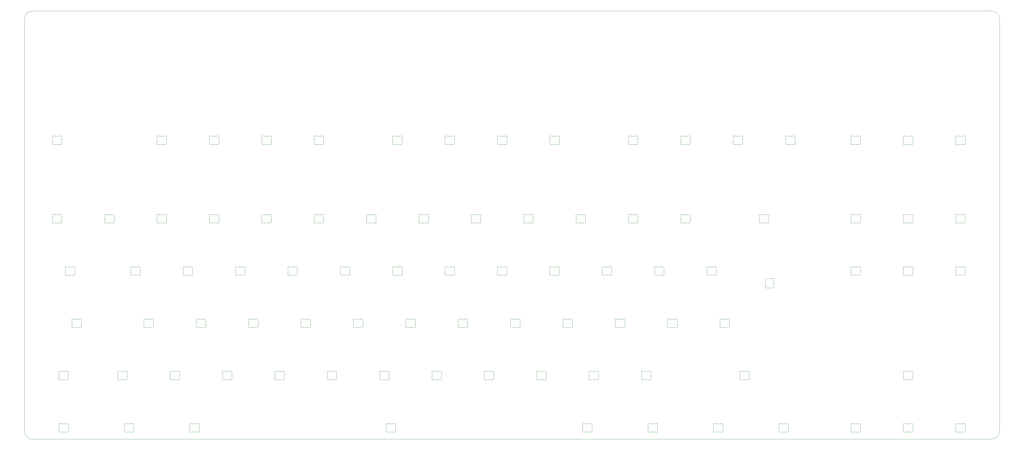
<source format=gm1>
G04 #@! TF.GenerationSoftware,KiCad,Pcbnew,(5.1.9)-1*
G04 #@! TF.CreationDate,2021-06-14T20:25:06+01:00*
G04 #@! TF.ProjectId,ENV_KB_RGB,454e565f-4b42-45f5-9247-422e6b696361,Rev.1*
G04 #@! TF.SameCoordinates,Original*
G04 #@! TF.FileFunction,Profile,NP*
%FSLAX46Y46*%
G04 Gerber Fmt 4.6, Leading zero omitted, Abs format (unit mm)*
G04 Created by KiCad (PCBNEW (5.1.9)-1) date 2021-06-14 20:25:06*
%MOMM*%
%LPD*%
G01*
G04 APERTURE LIST*
G04 #@! TA.AperFunction,Profile*
%ADD10C,0.100000*%
G04 #@! TD*
G04 APERTURE END LIST*
D10*
X389525000Y-62685000D02*
X389525000Y-212785000D01*
X386525000Y-59685000D02*
G75*
G02*
X389525000Y-62685000I0J-3000000D01*
G01*
X34925000Y-62685000D02*
G75*
G02*
X37925000Y-59685000I3000000J0D01*
G01*
X37925000Y-215785000D02*
G75*
G02*
X34925000Y-212785000I0J3000000D01*
G01*
X389525000Y-212785000D02*
G75*
G02*
X386525000Y-215785000I-3000000J0D01*
G01*
X37925000Y-59685000D02*
X386525000Y-59685000D01*
X34925000Y-212785000D02*
X34925000Y-62685000D01*
X386525000Y-215785000D02*
X37925000Y-215785000D01*
X377037499Y-210937158D02*
X377037499Y-212342842D01*
X376131952Y-213139999D02*
X374543047Y-213139999D01*
X373637501Y-212342842D02*
X373637501Y-210937158D01*
X374543048Y-210140000D02*
X376131952Y-210140000D01*
X376384210Y-210071701D02*
G75*
G02*
X376131952Y-210140000I-252258J431701D01*
G01*
X374543048Y-210140000D02*
G75*
G02*
X374290789Y-210071701I0J500000D01*
G01*
X373588016Y-210720281D02*
G75*
G02*
X374290789Y-210071701I450515J216879D01*
G01*
X373588016Y-210720280D02*
G75*
G02*
X373637501Y-210937158I-450515J-216878D01*
G01*
X373637501Y-212342843D02*
G75*
G02*
X373588016Y-212559720I-500000J1D01*
G01*
X374290789Y-213208297D02*
G75*
G02*
X373588016Y-212559720I-252258J431700D01*
G01*
X374290789Y-213208298D02*
G75*
G02*
X374543047Y-213139999I252258J-431701D01*
G01*
X376131953Y-213140000D02*
G75*
G02*
X376384211Y-213208299I-1J-499999D01*
G01*
X377086984Y-212559720D02*
G75*
G02*
X376384211Y-213208299I-450515J-216878D01*
G01*
X377086984Y-212559720D02*
G75*
G02*
X377037499Y-212342842I450515J216878D01*
G01*
X377037499Y-210937157D02*
G75*
G02*
X377086984Y-210720280I500000J-1D01*
G01*
X376384211Y-210071703D02*
G75*
G02*
X377086984Y-210720280I252258J-431700D01*
G01*
X357987499Y-210937158D02*
X357987499Y-212342842D01*
X357081952Y-213139999D02*
X355493047Y-213139999D01*
X354587501Y-212342842D02*
X354587501Y-210937158D01*
X355493048Y-210140000D02*
X357081952Y-210140000D01*
X357334210Y-210071701D02*
G75*
G02*
X357081952Y-210140000I-252258J431701D01*
G01*
X355493048Y-210140000D02*
G75*
G02*
X355240789Y-210071701I0J500000D01*
G01*
X354538016Y-210720281D02*
G75*
G02*
X355240789Y-210071701I450515J216879D01*
G01*
X354538016Y-210720280D02*
G75*
G02*
X354587501Y-210937158I-450515J-216878D01*
G01*
X354587501Y-212342843D02*
G75*
G02*
X354538016Y-212559720I-500000J1D01*
G01*
X355240789Y-213208297D02*
G75*
G02*
X354538016Y-212559720I-252258J431700D01*
G01*
X355240789Y-213208298D02*
G75*
G02*
X355493047Y-213139999I252258J-431701D01*
G01*
X357081953Y-213140000D02*
G75*
G02*
X357334211Y-213208299I-1J-499999D01*
G01*
X358036984Y-212559720D02*
G75*
G02*
X357334211Y-213208299I-450515J-216878D01*
G01*
X358036984Y-212559720D02*
G75*
G02*
X357987499Y-212342842I450515J216878D01*
G01*
X357987499Y-210937157D02*
G75*
G02*
X358036984Y-210720280I500000J-1D01*
G01*
X357334211Y-210071703D02*
G75*
G02*
X358036984Y-210720280I252258J-431700D01*
G01*
X338937499Y-210937158D02*
X338937499Y-212342842D01*
X338031952Y-213139999D02*
X336443047Y-213139999D01*
X335537501Y-212342842D02*
X335537501Y-210937158D01*
X336443048Y-210140000D02*
X338031952Y-210140000D01*
X338284210Y-210071701D02*
G75*
G02*
X338031952Y-210140000I-252258J431701D01*
G01*
X336443048Y-210140000D02*
G75*
G02*
X336190789Y-210071701I0J500000D01*
G01*
X335488016Y-210720281D02*
G75*
G02*
X336190789Y-210071701I450515J216879D01*
G01*
X335488016Y-210720280D02*
G75*
G02*
X335537501Y-210937158I-450515J-216878D01*
G01*
X335537501Y-212342843D02*
G75*
G02*
X335488016Y-212559720I-500000J1D01*
G01*
X336190789Y-213208297D02*
G75*
G02*
X335488016Y-212559720I-252258J431700D01*
G01*
X336190789Y-213208298D02*
G75*
G02*
X336443047Y-213139999I252258J-431701D01*
G01*
X338031953Y-213140000D02*
G75*
G02*
X338284211Y-213208299I-1J-499999D01*
G01*
X338986984Y-212559720D02*
G75*
G02*
X338284211Y-213208299I-450515J-216878D01*
G01*
X338986984Y-212559720D02*
G75*
G02*
X338937499Y-212342842I450515J216878D01*
G01*
X338937499Y-210937157D02*
G75*
G02*
X338986984Y-210720280I500000J-1D01*
G01*
X338284211Y-210071703D02*
G75*
G02*
X338986984Y-210720280I252258J-431700D01*
G01*
X312743749Y-210937158D02*
X312743749Y-212342842D01*
X311838202Y-213139999D02*
X310249297Y-213139999D01*
X309343751Y-212342842D02*
X309343751Y-210937158D01*
X310249298Y-210140000D02*
X311838202Y-210140000D01*
X312090460Y-210071701D02*
G75*
G02*
X311838202Y-210140000I-252258J431701D01*
G01*
X310249298Y-210140000D02*
G75*
G02*
X309997039Y-210071701I0J500000D01*
G01*
X309294266Y-210720281D02*
G75*
G02*
X309997039Y-210071701I450515J216879D01*
G01*
X309294266Y-210720280D02*
G75*
G02*
X309343751Y-210937158I-450515J-216878D01*
G01*
X309343751Y-212342843D02*
G75*
G02*
X309294266Y-212559720I-500000J1D01*
G01*
X309997039Y-213208297D02*
G75*
G02*
X309294266Y-212559720I-252258J431700D01*
G01*
X309997039Y-213208298D02*
G75*
G02*
X310249297Y-213139999I252258J-431701D01*
G01*
X311838203Y-213140000D02*
G75*
G02*
X312090461Y-213208299I-1J-499999D01*
G01*
X312793234Y-212559720D02*
G75*
G02*
X312090461Y-213208299I-450515J-216878D01*
G01*
X312793234Y-212559720D02*
G75*
G02*
X312743749Y-212342842I450515J216878D01*
G01*
X312743749Y-210937157D02*
G75*
G02*
X312793234Y-210720280I500000J-1D01*
G01*
X312090461Y-210071703D02*
G75*
G02*
X312793234Y-210720280I252258J-431700D01*
G01*
X288931249Y-210937158D02*
X288931249Y-212342842D01*
X288025702Y-213139999D02*
X286436797Y-213139999D01*
X285531251Y-212342842D02*
X285531251Y-210937158D01*
X286436798Y-210140000D02*
X288025702Y-210140000D01*
X288277960Y-210071701D02*
G75*
G02*
X288025702Y-210140000I-252258J431701D01*
G01*
X286436798Y-210140000D02*
G75*
G02*
X286184539Y-210071701I0J500000D01*
G01*
X285481766Y-210720281D02*
G75*
G02*
X286184539Y-210071701I450515J216879D01*
G01*
X285481766Y-210720280D02*
G75*
G02*
X285531251Y-210937158I-450515J-216878D01*
G01*
X285531251Y-212342843D02*
G75*
G02*
X285481766Y-212559720I-500000J1D01*
G01*
X286184539Y-213208297D02*
G75*
G02*
X285481766Y-212559720I-252258J431700D01*
G01*
X286184539Y-213208298D02*
G75*
G02*
X286436797Y-213139999I252258J-431701D01*
G01*
X288025703Y-213140000D02*
G75*
G02*
X288277961Y-213208299I-1J-499999D01*
G01*
X288980734Y-212559720D02*
G75*
G02*
X288277961Y-213208299I-450515J-216878D01*
G01*
X288980734Y-212559720D02*
G75*
G02*
X288931249Y-212342842I450515J216878D01*
G01*
X288931249Y-210937157D02*
G75*
G02*
X288980734Y-210720280I500000J-1D01*
G01*
X288277961Y-210071703D02*
G75*
G02*
X288980734Y-210720280I252258J-431700D01*
G01*
X265118749Y-210937158D02*
X265118749Y-212342842D01*
X264213202Y-213139999D02*
X262624297Y-213139999D01*
X261718751Y-212342842D02*
X261718751Y-210937158D01*
X262624298Y-210140000D02*
X264213202Y-210140000D01*
X264465460Y-210071701D02*
G75*
G02*
X264213202Y-210140000I-252258J431701D01*
G01*
X262624298Y-210140000D02*
G75*
G02*
X262372039Y-210071701I0J500000D01*
G01*
X261669266Y-210720281D02*
G75*
G02*
X262372039Y-210071701I450515J216879D01*
G01*
X261669266Y-210720280D02*
G75*
G02*
X261718751Y-210937158I-450515J-216878D01*
G01*
X261718751Y-212342843D02*
G75*
G02*
X261669266Y-212559720I-500000J1D01*
G01*
X262372039Y-213208297D02*
G75*
G02*
X261669266Y-212559720I-252258J431700D01*
G01*
X262372039Y-213208298D02*
G75*
G02*
X262624297Y-213139999I252258J-431701D01*
G01*
X264213203Y-213140000D02*
G75*
G02*
X264465461Y-213208299I-1J-499999D01*
G01*
X265168234Y-212559720D02*
G75*
G02*
X264465461Y-213208299I-450515J-216878D01*
G01*
X265168234Y-212559720D02*
G75*
G02*
X265118749Y-212342842I450515J216878D01*
G01*
X265118749Y-210937157D02*
G75*
G02*
X265168234Y-210720280I500000J-1D01*
G01*
X264465461Y-210071703D02*
G75*
G02*
X265168234Y-210720280I252258J-431700D01*
G01*
X241306249Y-210937158D02*
X241306249Y-212342842D01*
X240400702Y-213139999D02*
X238811797Y-213139999D01*
X237906251Y-212342842D02*
X237906251Y-210937158D01*
X238811798Y-210140000D02*
X240400702Y-210140000D01*
X240652960Y-210071701D02*
G75*
G02*
X240400702Y-210140000I-252258J431701D01*
G01*
X238811798Y-210140000D02*
G75*
G02*
X238559539Y-210071701I0J500000D01*
G01*
X237856766Y-210720281D02*
G75*
G02*
X238559539Y-210071701I450515J216879D01*
G01*
X237856766Y-210720280D02*
G75*
G02*
X237906251Y-210937158I-450515J-216878D01*
G01*
X237906251Y-212342843D02*
G75*
G02*
X237856766Y-212559720I-500000J1D01*
G01*
X238559539Y-213208297D02*
G75*
G02*
X237856766Y-212559720I-252258J431700D01*
G01*
X238559539Y-213208298D02*
G75*
G02*
X238811797Y-213139999I252258J-431701D01*
G01*
X240400703Y-213140000D02*
G75*
G02*
X240652961Y-213208299I-1J-499999D01*
G01*
X241355734Y-212559720D02*
G75*
G02*
X240652961Y-213208299I-450515J-216878D01*
G01*
X241355734Y-212559720D02*
G75*
G02*
X241306249Y-212342842I450515J216878D01*
G01*
X241306249Y-210937157D02*
G75*
G02*
X241355734Y-210720280I500000J-1D01*
G01*
X240652961Y-210071703D02*
G75*
G02*
X241355734Y-210720280I252258J-431700D01*
G01*
X169868749Y-210937158D02*
X169868749Y-212342842D01*
X168963202Y-213139999D02*
X167374297Y-213139999D01*
X166468751Y-212342842D02*
X166468751Y-210937158D01*
X167374298Y-210140000D02*
X168963202Y-210140000D01*
X169215460Y-210071701D02*
G75*
G02*
X168963202Y-210140000I-252258J431701D01*
G01*
X167374298Y-210140000D02*
G75*
G02*
X167122039Y-210071701I0J500000D01*
G01*
X166419266Y-210720281D02*
G75*
G02*
X167122039Y-210071701I450515J216879D01*
G01*
X166419266Y-210720280D02*
G75*
G02*
X166468751Y-210937158I-450515J-216878D01*
G01*
X166468751Y-212342843D02*
G75*
G02*
X166419266Y-212559720I-500000J1D01*
G01*
X167122039Y-213208297D02*
G75*
G02*
X166419266Y-212559720I-252258J431700D01*
G01*
X167122039Y-213208298D02*
G75*
G02*
X167374297Y-213139999I252258J-431701D01*
G01*
X168963203Y-213140000D02*
G75*
G02*
X169215461Y-213208299I-1J-499999D01*
G01*
X169918234Y-212559720D02*
G75*
G02*
X169215461Y-213208299I-450515J-216878D01*
G01*
X169918234Y-212559720D02*
G75*
G02*
X169868749Y-212342842I450515J216878D01*
G01*
X169868749Y-210937157D02*
G75*
G02*
X169918234Y-210720280I500000J-1D01*
G01*
X169215461Y-210071703D02*
G75*
G02*
X169918234Y-210720280I252258J-431700D01*
G01*
X98431249Y-210937158D02*
X98431249Y-212342842D01*
X97525702Y-213139999D02*
X95936797Y-213139999D01*
X95031251Y-212342842D02*
X95031251Y-210937158D01*
X95936798Y-210140000D02*
X97525702Y-210140000D01*
X97777960Y-210071701D02*
G75*
G02*
X97525702Y-210140000I-252258J431701D01*
G01*
X95936798Y-210140000D02*
G75*
G02*
X95684539Y-210071701I0J500000D01*
G01*
X94981766Y-210720281D02*
G75*
G02*
X95684539Y-210071701I450515J216879D01*
G01*
X94981766Y-210720280D02*
G75*
G02*
X95031251Y-210937158I-450515J-216878D01*
G01*
X95031251Y-212342843D02*
G75*
G02*
X94981766Y-212559720I-500000J1D01*
G01*
X95684539Y-213208297D02*
G75*
G02*
X94981766Y-212559720I-252258J431700D01*
G01*
X95684539Y-213208298D02*
G75*
G02*
X95936797Y-213139999I252258J-431701D01*
G01*
X97525703Y-213140000D02*
G75*
G02*
X97777961Y-213208299I-1J-499999D01*
G01*
X98480734Y-212559720D02*
G75*
G02*
X97777961Y-213208299I-450515J-216878D01*
G01*
X98480734Y-212559720D02*
G75*
G02*
X98431249Y-212342842I450515J216878D01*
G01*
X98431249Y-210937157D02*
G75*
G02*
X98480734Y-210720280I500000J-1D01*
G01*
X97777961Y-210071703D02*
G75*
G02*
X98480734Y-210720280I252258J-431700D01*
G01*
X74618749Y-210937158D02*
X74618749Y-212342842D01*
X73713202Y-213139999D02*
X72124297Y-213139999D01*
X71218751Y-212342842D02*
X71218751Y-210937158D01*
X72124298Y-210140000D02*
X73713202Y-210140000D01*
X73965460Y-210071701D02*
G75*
G02*
X73713202Y-210140000I-252258J431701D01*
G01*
X72124298Y-210140000D02*
G75*
G02*
X71872039Y-210071701I0J500000D01*
G01*
X71169266Y-210720281D02*
G75*
G02*
X71872039Y-210071701I450515J216879D01*
G01*
X71169266Y-210720280D02*
G75*
G02*
X71218751Y-210937158I-450515J-216878D01*
G01*
X71218751Y-212342843D02*
G75*
G02*
X71169266Y-212559720I-500000J1D01*
G01*
X71872039Y-213208297D02*
G75*
G02*
X71169266Y-212559720I-252258J431700D01*
G01*
X71872039Y-213208298D02*
G75*
G02*
X72124297Y-213139999I252258J-431701D01*
G01*
X73713203Y-213140000D02*
G75*
G02*
X73965461Y-213208299I-1J-499999D01*
G01*
X74668234Y-212559720D02*
G75*
G02*
X73965461Y-213208299I-450515J-216878D01*
G01*
X74668234Y-212559720D02*
G75*
G02*
X74618749Y-212342842I450515J216878D01*
G01*
X74618749Y-210937157D02*
G75*
G02*
X74668234Y-210720280I500000J-1D01*
G01*
X73965461Y-210071703D02*
G75*
G02*
X74668234Y-210720280I252258J-431700D01*
G01*
X50806249Y-210937158D02*
X50806249Y-212342842D01*
X49900702Y-213139999D02*
X48311797Y-213139999D01*
X47406251Y-212342842D02*
X47406251Y-210937158D01*
X48311798Y-210140000D02*
X49900702Y-210140000D01*
X50152960Y-210071701D02*
G75*
G02*
X49900702Y-210140000I-252258J431701D01*
G01*
X48311798Y-210140000D02*
G75*
G02*
X48059539Y-210071701I0J500000D01*
G01*
X47356766Y-210720281D02*
G75*
G02*
X48059539Y-210071701I450515J216879D01*
G01*
X47356766Y-210720280D02*
G75*
G02*
X47406251Y-210937158I-450515J-216878D01*
G01*
X47406251Y-212342843D02*
G75*
G02*
X47356766Y-212559720I-500000J1D01*
G01*
X48059539Y-213208297D02*
G75*
G02*
X47356766Y-212559720I-252258J431700D01*
G01*
X48059539Y-213208298D02*
G75*
G02*
X48311797Y-213139999I252258J-431701D01*
G01*
X49900703Y-213140000D02*
G75*
G02*
X50152961Y-213208299I-1J-499999D01*
G01*
X50855734Y-212559720D02*
G75*
G02*
X50152961Y-213208299I-450515J-216878D01*
G01*
X50855734Y-212559720D02*
G75*
G02*
X50806249Y-212342842I450515J216878D01*
G01*
X50806249Y-210937157D02*
G75*
G02*
X50855734Y-210720280I500000J-1D01*
G01*
X50152961Y-210071703D02*
G75*
G02*
X50855734Y-210720280I252258J-431700D01*
G01*
X357987499Y-191887158D02*
X357987499Y-193292842D01*
X357081952Y-194089999D02*
X355493047Y-194089999D01*
X354587501Y-193292842D02*
X354587501Y-191887158D01*
X355493048Y-191090000D02*
X357081952Y-191090000D01*
X357334210Y-191021701D02*
G75*
G02*
X357081952Y-191090000I-252258J431701D01*
G01*
X355493048Y-191090000D02*
G75*
G02*
X355240789Y-191021701I0J500000D01*
G01*
X354538016Y-191670281D02*
G75*
G02*
X355240789Y-191021701I450515J216879D01*
G01*
X354538016Y-191670280D02*
G75*
G02*
X354587501Y-191887158I-450515J-216878D01*
G01*
X354587501Y-193292843D02*
G75*
G02*
X354538016Y-193509720I-500000J1D01*
G01*
X355240789Y-194158297D02*
G75*
G02*
X354538016Y-193509720I-252258J431700D01*
G01*
X355240789Y-194158298D02*
G75*
G02*
X355493047Y-194089999I252258J-431701D01*
G01*
X357081953Y-194090000D02*
G75*
G02*
X357334211Y-194158299I-1J-499999D01*
G01*
X358036984Y-193509720D02*
G75*
G02*
X357334211Y-194158299I-450515J-216878D01*
G01*
X358036984Y-193509720D02*
G75*
G02*
X357987499Y-193292842I450515J216878D01*
G01*
X357987499Y-191887157D02*
G75*
G02*
X358036984Y-191670280I500000J-1D01*
G01*
X357334211Y-191021703D02*
G75*
G02*
X358036984Y-191670280I252258J-431700D01*
G01*
X298456249Y-191887158D02*
X298456249Y-193292842D01*
X297550702Y-194089999D02*
X295961797Y-194089999D01*
X295056251Y-193292842D02*
X295056251Y-191887158D01*
X295961798Y-191090000D02*
X297550702Y-191090000D01*
X297802960Y-191021701D02*
G75*
G02*
X297550702Y-191090000I-252258J431701D01*
G01*
X295961798Y-191090000D02*
G75*
G02*
X295709539Y-191021701I0J500000D01*
G01*
X295006766Y-191670281D02*
G75*
G02*
X295709539Y-191021701I450515J216879D01*
G01*
X295006766Y-191670280D02*
G75*
G02*
X295056251Y-191887158I-450515J-216878D01*
G01*
X295056251Y-193292843D02*
G75*
G02*
X295006766Y-193509720I-500000J1D01*
G01*
X295709539Y-194158297D02*
G75*
G02*
X295006766Y-193509720I-252258J431700D01*
G01*
X295709539Y-194158298D02*
G75*
G02*
X295961797Y-194089999I252258J-431701D01*
G01*
X297550703Y-194090000D02*
G75*
G02*
X297802961Y-194158299I-1J-499999D01*
G01*
X298505734Y-193509720D02*
G75*
G02*
X297802961Y-194158299I-450515J-216878D01*
G01*
X298505734Y-193509720D02*
G75*
G02*
X298456249Y-193292842I450515J216878D01*
G01*
X298456249Y-191887157D02*
G75*
G02*
X298505734Y-191670280I500000J-1D01*
G01*
X297802961Y-191021703D02*
G75*
G02*
X298505734Y-191670280I252258J-431700D01*
G01*
X262737499Y-191887158D02*
X262737499Y-193292842D01*
X261831952Y-194089999D02*
X260243047Y-194089999D01*
X259337501Y-193292842D02*
X259337501Y-191887158D01*
X260243048Y-191090000D02*
X261831952Y-191090000D01*
X262084210Y-191021701D02*
G75*
G02*
X261831952Y-191090000I-252258J431701D01*
G01*
X260243048Y-191090000D02*
G75*
G02*
X259990789Y-191021701I0J500000D01*
G01*
X259288016Y-191670281D02*
G75*
G02*
X259990789Y-191021701I450515J216879D01*
G01*
X259288016Y-191670280D02*
G75*
G02*
X259337501Y-191887158I-450515J-216878D01*
G01*
X259337501Y-193292843D02*
G75*
G02*
X259288016Y-193509720I-500000J1D01*
G01*
X259990789Y-194158297D02*
G75*
G02*
X259288016Y-193509720I-252258J431700D01*
G01*
X259990789Y-194158298D02*
G75*
G02*
X260243047Y-194089999I252258J-431701D01*
G01*
X261831953Y-194090000D02*
G75*
G02*
X262084211Y-194158299I-1J-499999D01*
G01*
X262786984Y-193509720D02*
G75*
G02*
X262084211Y-194158299I-450515J-216878D01*
G01*
X262786984Y-193509720D02*
G75*
G02*
X262737499Y-193292842I450515J216878D01*
G01*
X262737499Y-191887157D02*
G75*
G02*
X262786984Y-191670280I500000J-1D01*
G01*
X262084211Y-191021703D02*
G75*
G02*
X262786984Y-191670280I252258J-431700D01*
G01*
X243687499Y-191887158D02*
X243687499Y-193292842D01*
X242781952Y-194089999D02*
X241193047Y-194089999D01*
X240287501Y-193292842D02*
X240287501Y-191887158D01*
X241193048Y-191090000D02*
X242781952Y-191090000D01*
X243034210Y-191021701D02*
G75*
G02*
X242781952Y-191090000I-252258J431701D01*
G01*
X241193048Y-191090000D02*
G75*
G02*
X240940789Y-191021701I0J500000D01*
G01*
X240238016Y-191670281D02*
G75*
G02*
X240940789Y-191021701I450515J216879D01*
G01*
X240238016Y-191670280D02*
G75*
G02*
X240287501Y-191887158I-450515J-216878D01*
G01*
X240287501Y-193292843D02*
G75*
G02*
X240238016Y-193509720I-500000J1D01*
G01*
X240940789Y-194158297D02*
G75*
G02*
X240238016Y-193509720I-252258J431700D01*
G01*
X240940789Y-194158298D02*
G75*
G02*
X241193047Y-194089999I252258J-431701D01*
G01*
X242781953Y-194090000D02*
G75*
G02*
X243034211Y-194158299I-1J-499999D01*
G01*
X243736984Y-193509720D02*
G75*
G02*
X243034211Y-194158299I-450515J-216878D01*
G01*
X243736984Y-193509720D02*
G75*
G02*
X243687499Y-193292842I450515J216878D01*
G01*
X243687499Y-191887157D02*
G75*
G02*
X243736984Y-191670280I500000J-1D01*
G01*
X243034211Y-191021703D02*
G75*
G02*
X243736984Y-191670280I252258J-431700D01*
G01*
X224637499Y-191887158D02*
X224637499Y-193292842D01*
X223731952Y-194089999D02*
X222143047Y-194089999D01*
X221237501Y-193292842D02*
X221237501Y-191887158D01*
X222143048Y-191090000D02*
X223731952Y-191090000D01*
X223984210Y-191021701D02*
G75*
G02*
X223731952Y-191090000I-252258J431701D01*
G01*
X222143048Y-191090000D02*
G75*
G02*
X221890789Y-191021701I0J500000D01*
G01*
X221188016Y-191670281D02*
G75*
G02*
X221890789Y-191021701I450515J216879D01*
G01*
X221188016Y-191670280D02*
G75*
G02*
X221237501Y-191887158I-450515J-216878D01*
G01*
X221237501Y-193292843D02*
G75*
G02*
X221188016Y-193509720I-500000J1D01*
G01*
X221890789Y-194158297D02*
G75*
G02*
X221188016Y-193509720I-252258J431700D01*
G01*
X221890789Y-194158298D02*
G75*
G02*
X222143047Y-194089999I252258J-431701D01*
G01*
X223731953Y-194090000D02*
G75*
G02*
X223984211Y-194158299I-1J-499999D01*
G01*
X224686984Y-193509720D02*
G75*
G02*
X223984211Y-194158299I-450515J-216878D01*
G01*
X224686984Y-193509720D02*
G75*
G02*
X224637499Y-193292842I450515J216878D01*
G01*
X224637499Y-191887157D02*
G75*
G02*
X224686984Y-191670280I500000J-1D01*
G01*
X223984211Y-191021703D02*
G75*
G02*
X224686984Y-191670280I252258J-431700D01*
G01*
X205587499Y-191887158D02*
X205587499Y-193292842D01*
X204681952Y-194089999D02*
X203093047Y-194089999D01*
X202187501Y-193292842D02*
X202187501Y-191887158D01*
X203093048Y-191090000D02*
X204681952Y-191090000D01*
X204934210Y-191021701D02*
G75*
G02*
X204681952Y-191090000I-252258J431701D01*
G01*
X203093048Y-191090000D02*
G75*
G02*
X202840789Y-191021701I0J500000D01*
G01*
X202138016Y-191670281D02*
G75*
G02*
X202840789Y-191021701I450515J216879D01*
G01*
X202138016Y-191670280D02*
G75*
G02*
X202187501Y-191887158I-450515J-216878D01*
G01*
X202187501Y-193292843D02*
G75*
G02*
X202138016Y-193509720I-500000J1D01*
G01*
X202840789Y-194158297D02*
G75*
G02*
X202138016Y-193509720I-252258J431700D01*
G01*
X202840789Y-194158298D02*
G75*
G02*
X203093047Y-194089999I252258J-431701D01*
G01*
X204681953Y-194090000D02*
G75*
G02*
X204934211Y-194158299I-1J-499999D01*
G01*
X205636984Y-193509720D02*
G75*
G02*
X204934211Y-194158299I-450515J-216878D01*
G01*
X205636984Y-193509720D02*
G75*
G02*
X205587499Y-193292842I450515J216878D01*
G01*
X205587499Y-191887157D02*
G75*
G02*
X205636984Y-191670280I500000J-1D01*
G01*
X204934211Y-191021703D02*
G75*
G02*
X205636984Y-191670280I252258J-431700D01*
G01*
X186537499Y-191887158D02*
X186537499Y-193292842D01*
X185631952Y-194089999D02*
X184043047Y-194089999D01*
X183137501Y-193292842D02*
X183137501Y-191887158D01*
X184043048Y-191090000D02*
X185631952Y-191090000D01*
X185884210Y-191021701D02*
G75*
G02*
X185631952Y-191090000I-252258J431701D01*
G01*
X184043048Y-191090000D02*
G75*
G02*
X183790789Y-191021701I0J500000D01*
G01*
X183088016Y-191670281D02*
G75*
G02*
X183790789Y-191021701I450515J216879D01*
G01*
X183088016Y-191670280D02*
G75*
G02*
X183137501Y-191887158I-450515J-216878D01*
G01*
X183137501Y-193292843D02*
G75*
G02*
X183088016Y-193509720I-500000J1D01*
G01*
X183790789Y-194158297D02*
G75*
G02*
X183088016Y-193509720I-252258J431700D01*
G01*
X183790789Y-194158298D02*
G75*
G02*
X184043047Y-194089999I252258J-431701D01*
G01*
X185631953Y-194090000D02*
G75*
G02*
X185884211Y-194158299I-1J-499999D01*
G01*
X186586984Y-193509720D02*
G75*
G02*
X185884211Y-194158299I-450515J-216878D01*
G01*
X186586984Y-193509720D02*
G75*
G02*
X186537499Y-193292842I450515J216878D01*
G01*
X186537499Y-191887157D02*
G75*
G02*
X186586984Y-191670280I500000J-1D01*
G01*
X185884211Y-191021703D02*
G75*
G02*
X186586984Y-191670280I252258J-431700D01*
G01*
X167487499Y-191887158D02*
X167487499Y-193292842D01*
X166581952Y-194089999D02*
X164993047Y-194089999D01*
X164087501Y-193292842D02*
X164087501Y-191887158D01*
X164993048Y-191090000D02*
X166581952Y-191090000D01*
X166834210Y-191021701D02*
G75*
G02*
X166581952Y-191090000I-252258J431701D01*
G01*
X164993048Y-191090000D02*
G75*
G02*
X164740789Y-191021701I0J500000D01*
G01*
X164038016Y-191670281D02*
G75*
G02*
X164740789Y-191021701I450515J216879D01*
G01*
X164038016Y-191670280D02*
G75*
G02*
X164087501Y-191887158I-450515J-216878D01*
G01*
X164087501Y-193292843D02*
G75*
G02*
X164038016Y-193509720I-500000J1D01*
G01*
X164740789Y-194158297D02*
G75*
G02*
X164038016Y-193509720I-252258J431700D01*
G01*
X164740789Y-194158298D02*
G75*
G02*
X164993047Y-194089999I252258J-431701D01*
G01*
X166581953Y-194090000D02*
G75*
G02*
X166834211Y-194158299I-1J-499999D01*
G01*
X167536984Y-193509720D02*
G75*
G02*
X166834211Y-194158299I-450515J-216878D01*
G01*
X167536984Y-193509720D02*
G75*
G02*
X167487499Y-193292842I450515J216878D01*
G01*
X167487499Y-191887157D02*
G75*
G02*
X167536984Y-191670280I500000J-1D01*
G01*
X166834211Y-191021703D02*
G75*
G02*
X167536984Y-191670280I252258J-431700D01*
G01*
X148437499Y-191887158D02*
X148437499Y-193292842D01*
X147531952Y-194089999D02*
X145943047Y-194089999D01*
X145037501Y-193292842D02*
X145037501Y-191887158D01*
X145943048Y-191090000D02*
X147531952Y-191090000D01*
X147784210Y-191021701D02*
G75*
G02*
X147531952Y-191090000I-252258J431701D01*
G01*
X145943048Y-191090000D02*
G75*
G02*
X145690789Y-191021701I0J500000D01*
G01*
X144988016Y-191670281D02*
G75*
G02*
X145690789Y-191021701I450515J216879D01*
G01*
X144988016Y-191670280D02*
G75*
G02*
X145037501Y-191887158I-450515J-216878D01*
G01*
X145037501Y-193292843D02*
G75*
G02*
X144988016Y-193509720I-500000J1D01*
G01*
X145690789Y-194158297D02*
G75*
G02*
X144988016Y-193509720I-252258J431700D01*
G01*
X145690789Y-194158298D02*
G75*
G02*
X145943047Y-194089999I252258J-431701D01*
G01*
X147531953Y-194090000D02*
G75*
G02*
X147784211Y-194158299I-1J-499999D01*
G01*
X148486984Y-193509720D02*
G75*
G02*
X147784211Y-194158299I-450515J-216878D01*
G01*
X148486984Y-193509720D02*
G75*
G02*
X148437499Y-193292842I450515J216878D01*
G01*
X148437499Y-191887157D02*
G75*
G02*
X148486984Y-191670280I500000J-1D01*
G01*
X147784211Y-191021703D02*
G75*
G02*
X148486984Y-191670280I252258J-431700D01*
G01*
X129387499Y-191887158D02*
X129387499Y-193292842D01*
X128481952Y-194089999D02*
X126893047Y-194089999D01*
X125987501Y-193292842D02*
X125987501Y-191887158D01*
X126893048Y-191090000D02*
X128481952Y-191090000D01*
X128734210Y-191021701D02*
G75*
G02*
X128481952Y-191090000I-252258J431701D01*
G01*
X126893048Y-191090000D02*
G75*
G02*
X126640789Y-191021701I0J500000D01*
G01*
X125938016Y-191670281D02*
G75*
G02*
X126640789Y-191021701I450515J216879D01*
G01*
X125938016Y-191670280D02*
G75*
G02*
X125987501Y-191887158I-450515J-216878D01*
G01*
X125987501Y-193292843D02*
G75*
G02*
X125938016Y-193509720I-500000J1D01*
G01*
X126640789Y-194158297D02*
G75*
G02*
X125938016Y-193509720I-252258J431700D01*
G01*
X126640789Y-194158298D02*
G75*
G02*
X126893047Y-194089999I252258J-431701D01*
G01*
X128481953Y-194090000D02*
G75*
G02*
X128734211Y-194158299I-1J-499999D01*
G01*
X129436984Y-193509720D02*
G75*
G02*
X128734211Y-194158299I-450515J-216878D01*
G01*
X129436984Y-193509720D02*
G75*
G02*
X129387499Y-193292842I450515J216878D01*
G01*
X129387499Y-191887157D02*
G75*
G02*
X129436984Y-191670280I500000J-1D01*
G01*
X128734211Y-191021703D02*
G75*
G02*
X129436984Y-191670280I252258J-431700D01*
G01*
X110337499Y-191887158D02*
X110337499Y-193292842D01*
X109431952Y-194089999D02*
X107843047Y-194089999D01*
X106937501Y-193292842D02*
X106937501Y-191887158D01*
X107843048Y-191090000D02*
X109431952Y-191090000D01*
X109684210Y-191021701D02*
G75*
G02*
X109431952Y-191090000I-252258J431701D01*
G01*
X107843048Y-191090000D02*
G75*
G02*
X107590789Y-191021701I0J500000D01*
G01*
X106888016Y-191670281D02*
G75*
G02*
X107590789Y-191021701I450515J216879D01*
G01*
X106888016Y-191670280D02*
G75*
G02*
X106937501Y-191887158I-450515J-216878D01*
G01*
X106937501Y-193292843D02*
G75*
G02*
X106888016Y-193509720I-500000J1D01*
G01*
X107590789Y-194158297D02*
G75*
G02*
X106888016Y-193509720I-252258J431700D01*
G01*
X107590789Y-194158298D02*
G75*
G02*
X107843047Y-194089999I252258J-431701D01*
G01*
X109431953Y-194090000D02*
G75*
G02*
X109684211Y-194158299I-1J-499999D01*
G01*
X110386984Y-193509720D02*
G75*
G02*
X109684211Y-194158299I-450515J-216878D01*
G01*
X110386984Y-193509720D02*
G75*
G02*
X110337499Y-193292842I450515J216878D01*
G01*
X110337499Y-191887157D02*
G75*
G02*
X110386984Y-191670280I500000J-1D01*
G01*
X109684211Y-191021703D02*
G75*
G02*
X110386984Y-191670280I252258J-431700D01*
G01*
X91287499Y-191887158D02*
X91287499Y-193292842D01*
X90381952Y-194089999D02*
X88793047Y-194089999D01*
X87887501Y-193292842D02*
X87887501Y-191887158D01*
X88793048Y-191090000D02*
X90381952Y-191090000D01*
X90634210Y-191021701D02*
G75*
G02*
X90381952Y-191090000I-252258J431701D01*
G01*
X88793048Y-191090000D02*
G75*
G02*
X88540789Y-191021701I0J500000D01*
G01*
X87838016Y-191670281D02*
G75*
G02*
X88540789Y-191021701I450515J216879D01*
G01*
X87838016Y-191670280D02*
G75*
G02*
X87887501Y-191887158I-450515J-216878D01*
G01*
X87887501Y-193292843D02*
G75*
G02*
X87838016Y-193509720I-500000J1D01*
G01*
X88540789Y-194158297D02*
G75*
G02*
X87838016Y-193509720I-252258J431700D01*
G01*
X88540789Y-194158298D02*
G75*
G02*
X88793047Y-194089999I252258J-431701D01*
G01*
X90381953Y-194090000D02*
G75*
G02*
X90634211Y-194158299I-1J-499999D01*
G01*
X91336984Y-193509720D02*
G75*
G02*
X90634211Y-194158299I-450515J-216878D01*
G01*
X91336984Y-193509720D02*
G75*
G02*
X91287499Y-193292842I450515J216878D01*
G01*
X91287499Y-191887157D02*
G75*
G02*
X91336984Y-191670280I500000J-1D01*
G01*
X90634211Y-191021703D02*
G75*
G02*
X91336984Y-191670280I252258J-431700D01*
G01*
X72237499Y-191887158D02*
X72237499Y-193292842D01*
X71331952Y-194089999D02*
X69743047Y-194089999D01*
X68837501Y-193292842D02*
X68837501Y-191887158D01*
X69743048Y-191090000D02*
X71331952Y-191090000D01*
X71584210Y-191021701D02*
G75*
G02*
X71331952Y-191090000I-252258J431701D01*
G01*
X69743048Y-191090000D02*
G75*
G02*
X69490789Y-191021701I0J500000D01*
G01*
X68788016Y-191670281D02*
G75*
G02*
X69490789Y-191021701I450515J216879D01*
G01*
X68788016Y-191670280D02*
G75*
G02*
X68837501Y-191887158I-450515J-216878D01*
G01*
X68837501Y-193292843D02*
G75*
G02*
X68788016Y-193509720I-500000J1D01*
G01*
X69490789Y-194158297D02*
G75*
G02*
X68788016Y-193509720I-252258J431700D01*
G01*
X69490789Y-194158298D02*
G75*
G02*
X69743047Y-194089999I252258J-431701D01*
G01*
X71331953Y-194090000D02*
G75*
G02*
X71584211Y-194158299I-1J-499999D01*
G01*
X72286984Y-193509720D02*
G75*
G02*
X71584211Y-194158299I-450515J-216878D01*
G01*
X72286984Y-193509720D02*
G75*
G02*
X72237499Y-193292842I450515J216878D01*
G01*
X72237499Y-191887157D02*
G75*
G02*
X72286984Y-191670280I500000J-1D01*
G01*
X71584211Y-191021703D02*
G75*
G02*
X72286984Y-191670280I252258J-431700D01*
G01*
X50806249Y-191887158D02*
X50806249Y-193292842D01*
X49900702Y-194089999D02*
X48311797Y-194089999D01*
X47406251Y-193292842D02*
X47406251Y-191887158D01*
X48311798Y-191090000D02*
X49900702Y-191090000D01*
X50152960Y-191021701D02*
G75*
G02*
X49900702Y-191090000I-252258J431701D01*
G01*
X48311798Y-191090000D02*
G75*
G02*
X48059539Y-191021701I0J500000D01*
G01*
X47356766Y-191670281D02*
G75*
G02*
X48059539Y-191021701I450515J216879D01*
G01*
X47356766Y-191670280D02*
G75*
G02*
X47406251Y-191887158I-450515J-216878D01*
G01*
X47406251Y-193292843D02*
G75*
G02*
X47356766Y-193509720I-500000J1D01*
G01*
X48059539Y-194158297D02*
G75*
G02*
X47356766Y-193509720I-252258J431700D01*
G01*
X48059539Y-194158298D02*
G75*
G02*
X48311797Y-194089999I252258J-431701D01*
G01*
X49900703Y-194090000D02*
G75*
G02*
X50152961Y-194158299I-1J-499999D01*
G01*
X50855734Y-193509720D02*
G75*
G02*
X50152961Y-194158299I-450515J-216878D01*
G01*
X50855734Y-193509720D02*
G75*
G02*
X50806249Y-193292842I450515J216878D01*
G01*
X50806249Y-191887157D02*
G75*
G02*
X50855734Y-191670280I500000J-1D01*
G01*
X50152961Y-191021703D02*
G75*
G02*
X50855734Y-191670280I252258J-431700D01*
G01*
X291312499Y-172837158D02*
X291312499Y-174242842D01*
X290406952Y-175039999D02*
X288818047Y-175039999D01*
X287912501Y-174242842D02*
X287912501Y-172837158D01*
X288818048Y-172040000D02*
X290406952Y-172040000D01*
X290659210Y-171971701D02*
G75*
G02*
X290406952Y-172040000I-252258J431701D01*
G01*
X288818048Y-172040000D02*
G75*
G02*
X288565789Y-171971701I0J500000D01*
G01*
X287863016Y-172620281D02*
G75*
G02*
X288565789Y-171971701I450515J216879D01*
G01*
X287863016Y-172620280D02*
G75*
G02*
X287912501Y-172837158I-450515J-216878D01*
G01*
X287912501Y-174242843D02*
G75*
G02*
X287863016Y-174459720I-500000J1D01*
G01*
X288565789Y-175108297D02*
G75*
G02*
X287863016Y-174459720I-252258J431700D01*
G01*
X288565789Y-175108298D02*
G75*
G02*
X288818047Y-175039999I252258J-431701D01*
G01*
X290406953Y-175040000D02*
G75*
G02*
X290659211Y-175108299I-1J-499999D01*
G01*
X291361984Y-174459720D02*
G75*
G02*
X290659211Y-175108299I-450515J-216878D01*
G01*
X291361984Y-174459720D02*
G75*
G02*
X291312499Y-174242842I450515J216878D01*
G01*
X291312499Y-172837157D02*
G75*
G02*
X291361984Y-172620280I500000J-1D01*
G01*
X290659211Y-171971703D02*
G75*
G02*
X291361984Y-172620280I252258J-431700D01*
G01*
X272262499Y-172837158D02*
X272262499Y-174242842D01*
X271356952Y-175039999D02*
X269768047Y-175039999D01*
X268862501Y-174242842D02*
X268862501Y-172837158D01*
X269768048Y-172040000D02*
X271356952Y-172040000D01*
X271609210Y-171971701D02*
G75*
G02*
X271356952Y-172040000I-252258J431701D01*
G01*
X269768048Y-172040000D02*
G75*
G02*
X269515789Y-171971701I0J500000D01*
G01*
X268813016Y-172620281D02*
G75*
G02*
X269515789Y-171971701I450515J216879D01*
G01*
X268813016Y-172620280D02*
G75*
G02*
X268862501Y-172837158I-450515J-216878D01*
G01*
X268862501Y-174242843D02*
G75*
G02*
X268813016Y-174459720I-500000J1D01*
G01*
X269515789Y-175108297D02*
G75*
G02*
X268813016Y-174459720I-252258J431700D01*
G01*
X269515789Y-175108298D02*
G75*
G02*
X269768047Y-175039999I252258J-431701D01*
G01*
X271356953Y-175040000D02*
G75*
G02*
X271609211Y-175108299I-1J-499999D01*
G01*
X272311984Y-174459720D02*
G75*
G02*
X271609211Y-175108299I-450515J-216878D01*
G01*
X272311984Y-174459720D02*
G75*
G02*
X272262499Y-174242842I450515J216878D01*
G01*
X272262499Y-172837157D02*
G75*
G02*
X272311984Y-172620280I500000J-1D01*
G01*
X271609211Y-171971703D02*
G75*
G02*
X272311984Y-172620280I252258J-431700D01*
G01*
X253212499Y-172837158D02*
X253212499Y-174242842D01*
X252306952Y-175039999D02*
X250718047Y-175039999D01*
X249812501Y-174242842D02*
X249812501Y-172837158D01*
X250718048Y-172040000D02*
X252306952Y-172040000D01*
X252559210Y-171971701D02*
G75*
G02*
X252306952Y-172040000I-252258J431701D01*
G01*
X250718048Y-172040000D02*
G75*
G02*
X250465789Y-171971701I0J500000D01*
G01*
X249763016Y-172620281D02*
G75*
G02*
X250465789Y-171971701I450515J216879D01*
G01*
X249763016Y-172620280D02*
G75*
G02*
X249812501Y-172837158I-450515J-216878D01*
G01*
X249812501Y-174242843D02*
G75*
G02*
X249763016Y-174459720I-500000J1D01*
G01*
X250465789Y-175108297D02*
G75*
G02*
X249763016Y-174459720I-252258J431700D01*
G01*
X250465789Y-175108298D02*
G75*
G02*
X250718047Y-175039999I252258J-431701D01*
G01*
X252306953Y-175040000D02*
G75*
G02*
X252559211Y-175108299I-1J-499999D01*
G01*
X253261984Y-174459720D02*
G75*
G02*
X252559211Y-175108299I-450515J-216878D01*
G01*
X253261984Y-174459720D02*
G75*
G02*
X253212499Y-174242842I450515J216878D01*
G01*
X253212499Y-172837157D02*
G75*
G02*
X253261984Y-172620280I500000J-1D01*
G01*
X252559211Y-171971703D02*
G75*
G02*
X253261984Y-172620280I252258J-431700D01*
G01*
X234162499Y-172837158D02*
X234162499Y-174242842D01*
X233256952Y-175039999D02*
X231668047Y-175039999D01*
X230762501Y-174242842D02*
X230762501Y-172837158D01*
X231668048Y-172040000D02*
X233256952Y-172040000D01*
X233509210Y-171971701D02*
G75*
G02*
X233256952Y-172040000I-252258J431701D01*
G01*
X231668048Y-172040000D02*
G75*
G02*
X231415789Y-171971701I0J500000D01*
G01*
X230713016Y-172620281D02*
G75*
G02*
X231415789Y-171971701I450515J216879D01*
G01*
X230713016Y-172620280D02*
G75*
G02*
X230762501Y-172837158I-450515J-216878D01*
G01*
X230762501Y-174242843D02*
G75*
G02*
X230713016Y-174459720I-500000J1D01*
G01*
X231415789Y-175108297D02*
G75*
G02*
X230713016Y-174459720I-252258J431700D01*
G01*
X231415789Y-175108298D02*
G75*
G02*
X231668047Y-175039999I252258J-431701D01*
G01*
X233256953Y-175040000D02*
G75*
G02*
X233509211Y-175108299I-1J-499999D01*
G01*
X234211984Y-174459720D02*
G75*
G02*
X233509211Y-175108299I-450515J-216878D01*
G01*
X234211984Y-174459720D02*
G75*
G02*
X234162499Y-174242842I450515J216878D01*
G01*
X234162499Y-172837157D02*
G75*
G02*
X234211984Y-172620280I500000J-1D01*
G01*
X233509211Y-171971703D02*
G75*
G02*
X234211984Y-172620280I252258J-431700D01*
G01*
X215112499Y-172837158D02*
X215112499Y-174242842D01*
X214206952Y-175039999D02*
X212618047Y-175039999D01*
X211712501Y-174242842D02*
X211712501Y-172837158D01*
X212618048Y-172040000D02*
X214206952Y-172040000D01*
X214459210Y-171971701D02*
G75*
G02*
X214206952Y-172040000I-252258J431701D01*
G01*
X212618048Y-172040000D02*
G75*
G02*
X212365789Y-171971701I0J500000D01*
G01*
X211663016Y-172620281D02*
G75*
G02*
X212365789Y-171971701I450515J216879D01*
G01*
X211663016Y-172620280D02*
G75*
G02*
X211712501Y-172837158I-450515J-216878D01*
G01*
X211712501Y-174242843D02*
G75*
G02*
X211663016Y-174459720I-500000J1D01*
G01*
X212365789Y-175108297D02*
G75*
G02*
X211663016Y-174459720I-252258J431700D01*
G01*
X212365789Y-175108298D02*
G75*
G02*
X212618047Y-175039999I252258J-431701D01*
G01*
X214206953Y-175040000D02*
G75*
G02*
X214459211Y-175108299I-1J-499999D01*
G01*
X215161984Y-174459720D02*
G75*
G02*
X214459211Y-175108299I-450515J-216878D01*
G01*
X215161984Y-174459720D02*
G75*
G02*
X215112499Y-174242842I450515J216878D01*
G01*
X215112499Y-172837157D02*
G75*
G02*
X215161984Y-172620280I500000J-1D01*
G01*
X214459211Y-171971703D02*
G75*
G02*
X215161984Y-172620280I252258J-431700D01*
G01*
X196062499Y-172837158D02*
X196062499Y-174242842D01*
X195156952Y-175039999D02*
X193568047Y-175039999D01*
X192662501Y-174242842D02*
X192662501Y-172837158D01*
X193568048Y-172040000D02*
X195156952Y-172040000D01*
X195409210Y-171971701D02*
G75*
G02*
X195156952Y-172040000I-252258J431701D01*
G01*
X193568048Y-172040000D02*
G75*
G02*
X193315789Y-171971701I0J500000D01*
G01*
X192613016Y-172620281D02*
G75*
G02*
X193315789Y-171971701I450515J216879D01*
G01*
X192613016Y-172620280D02*
G75*
G02*
X192662501Y-172837158I-450515J-216878D01*
G01*
X192662501Y-174242843D02*
G75*
G02*
X192613016Y-174459720I-500000J1D01*
G01*
X193315789Y-175108297D02*
G75*
G02*
X192613016Y-174459720I-252258J431700D01*
G01*
X193315789Y-175108298D02*
G75*
G02*
X193568047Y-175039999I252258J-431701D01*
G01*
X195156953Y-175040000D02*
G75*
G02*
X195409211Y-175108299I-1J-499999D01*
G01*
X196111984Y-174459720D02*
G75*
G02*
X195409211Y-175108299I-450515J-216878D01*
G01*
X196111984Y-174459720D02*
G75*
G02*
X196062499Y-174242842I450515J216878D01*
G01*
X196062499Y-172837157D02*
G75*
G02*
X196111984Y-172620280I500000J-1D01*
G01*
X195409211Y-171971703D02*
G75*
G02*
X196111984Y-172620280I252258J-431700D01*
G01*
X177012499Y-172837158D02*
X177012499Y-174242842D01*
X176106952Y-175039999D02*
X174518047Y-175039999D01*
X173612501Y-174242842D02*
X173612501Y-172837158D01*
X174518048Y-172040000D02*
X176106952Y-172040000D01*
X176359210Y-171971701D02*
G75*
G02*
X176106952Y-172040000I-252258J431701D01*
G01*
X174518048Y-172040000D02*
G75*
G02*
X174265789Y-171971701I0J500000D01*
G01*
X173563016Y-172620281D02*
G75*
G02*
X174265789Y-171971701I450515J216879D01*
G01*
X173563016Y-172620280D02*
G75*
G02*
X173612501Y-172837158I-450515J-216878D01*
G01*
X173612501Y-174242843D02*
G75*
G02*
X173563016Y-174459720I-500000J1D01*
G01*
X174265789Y-175108297D02*
G75*
G02*
X173563016Y-174459720I-252258J431700D01*
G01*
X174265789Y-175108298D02*
G75*
G02*
X174518047Y-175039999I252258J-431701D01*
G01*
X176106953Y-175040000D02*
G75*
G02*
X176359211Y-175108299I-1J-499999D01*
G01*
X177061984Y-174459720D02*
G75*
G02*
X176359211Y-175108299I-450515J-216878D01*
G01*
X177061984Y-174459720D02*
G75*
G02*
X177012499Y-174242842I450515J216878D01*
G01*
X177012499Y-172837157D02*
G75*
G02*
X177061984Y-172620280I500000J-1D01*
G01*
X176359211Y-171971703D02*
G75*
G02*
X177061984Y-172620280I252258J-431700D01*
G01*
X157962499Y-172837158D02*
X157962499Y-174242842D01*
X157056952Y-175039999D02*
X155468047Y-175039999D01*
X154562501Y-174242842D02*
X154562501Y-172837158D01*
X155468048Y-172040000D02*
X157056952Y-172040000D01*
X157309210Y-171971701D02*
G75*
G02*
X157056952Y-172040000I-252258J431701D01*
G01*
X155468048Y-172040000D02*
G75*
G02*
X155215789Y-171971701I0J500000D01*
G01*
X154513016Y-172620281D02*
G75*
G02*
X155215789Y-171971701I450515J216879D01*
G01*
X154513016Y-172620280D02*
G75*
G02*
X154562501Y-172837158I-450515J-216878D01*
G01*
X154562501Y-174242843D02*
G75*
G02*
X154513016Y-174459720I-500000J1D01*
G01*
X155215789Y-175108297D02*
G75*
G02*
X154513016Y-174459720I-252258J431700D01*
G01*
X155215789Y-175108298D02*
G75*
G02*
X155468047Y-175039999I252258J-431701D01*
G01*
X157056953Y-175040000D02*
G75*
G02*
X157309211Y-175108299I-1J-499999D01*
G01*
X158011984Y-174459720D02*
G75*
G02*
X157309211Y-175108299I-450515J-216878D01*
G01*
X158011984Y-174459720D02*
G75*
G02*
X157962499Y-174242842I450515J216878D01*
G01*
X157962499Y-172837157D02*
G75*
G02*
X158011984Y-172620280I500000J-1D01*
G01*
X157309211Y-171971703D02*
G75*
G02*
X158011984Y-172620280I252258J-431700D01*
G01*
X138912499Y-172837158D02*
X138912499Y-174242842D01*
X138006952Y-175039999D02*
X136418047Y-175039999D01*
X135512501Y-174242842D02*
X135512501Y-172837158D01*
X136418048Y-172040000D02*
X138006952Y-172040000D01*
X138259210Y-171971701D02*
G75*
G02*
X138006952Y-172040000I-252258J431701D01*
G01*
X136418048Y-172040000D02*
G75*
G02*
X136165789Y-171971701I0J500000D01*
G01*
X135463016Y-172620281D02*
G75*
G02*
X136165789Y-171971701I450515J216879D01*
G01*
X135463016Y-172620280D02*
G75*
G02*
X135512501Y-172837158I-450515J-216878D01*
G01*
X135512501Y-174242843D02*
G75*
G02*
X135463016Y-174459720I-500000J1D01*
G01*
X136165789Y-175108297D02*
G75*
G02*
X135463016Y-174459720I-252258J431700D01*
G01*
X136165789Y-175108298D02*
G75*
G02*
X136418047Y-175039999I252258J-431701D01*
G01*
X138006953Y-175040000D02*
G75*
G02*
X138259211Y-175108299I-1J-499999D01*
G01*
X138961984Y-174459720D02*
G75*
G02*
X138259211Y-175108299I-450515J-216878D01*
G01*
X138961984Y-174459720D02*
G75*
G02*
X138912499Y-174242842I450515J216878D01*
G01*
X138912499Y-172837157D02*
G75*
G02*
X138961984Y-172620280I500000J-1D01*
G01*
X138259211Y-171971703D02*
G75*
G02*
X138961984Y-172620280I252258J-431700D01*
G01*
X119862499Y-172837158D02*
X119862499Y-174242842D01*
X118956952Y-175039999D02*
X117368047Y-175039999D01*
X116462501Y-174242842D02*
X116462501Y-172837158D01*
X117368048Y-172040000D02*
X118956952Y-172040000D01*
X119209210Y-171971701D02*
G75*
G02*
X118956952Y-172040000I-252258J431701D01*
G01*
X117368048Y-172040000D02*
G75*
G02*
X117115789Y-171971701I0J500000D01*
G01*
X116413016Y-172620281D02*
G75*
G02*
X117115789Y-171971701I450515J216879D01*
G01*
X116413016Y-172620280D02*
G75*
G02*
X116462501Y-172837158I-450515J-216878D01*
G01*
X116462501Y-174242843D02*
G75*
G02*
X116413016Y-174459720I-500000J1D01*
G01*
X117115789Y-175108297D02*
G75*
G02*
X116413016Y-174459720I-252258J431700D01*
G01*
X117115789Y-175108298D02*
G75*
G02*
X117368047Y-175039999I252258J-431701D01*
G01*
X118956953Y-175040000D02*
G75*
G02*
X119209211Y-175108299I-1J-499999D01*
G01*
X119911984Y-174459720D02*
G75*
G02*
X119209211Y-175108299I-450515J-216878D01*
G01*
X119911984Y-174459720D02*
G75*
G02*
X119862499Y-174242842I450515J216878D01*
G01*
X119862499Y-172837157D02*
G75*
G02*
X119911984Y-172620280I500000J-1D01*
G01*
X119209211Y-171971703D02*
G75*
G02*
X119911984Y-172620280I252258J-431700D01*
G01*
X100812499Y-172837158D02*
X100812499Y-174242842D01*
X99906952Y-175039999D02*
X98318047Y-175039999D01*
X97412501Y-174242842D02*
X97412501Y-172837158D01*
X98318048Y-172040000D02*
X99906952Y-172040000D01*
X100159210Y-171971701D02*
G75*
G02*
X99906952Y-172040000I-252258J431701D01*
G01*
X98318048Y-172040000D02*
G75*
G02*
X98065789Y-171971701I0J500000D01*
G01*
X97363016Y-172620281D02*
G75*
G02*
X98065789Y-171971701I450515J216879D01*
G01*
X97363016Y-172620280D02*
G75*
G02*
X97412501Y-172837158I-450515J-216878D01*
G01*
X97412501Y-174242843D02*
G75*
G02*
X97363016Y-174459720I-500000J1D01*
G01*
X98065789Y-175108297D02*
G75*
G02*
X97363016Y-174459720I-252258J431700D01*
G01*
X98065789Y-175108298D02*
G75*
G02*
X98318047Y-175039999I252258J-431701D01*
G01*
X99906953Y-175040000D02*
G75*
G02*
X100159211Y-175108299I-1J-499999D01*
G01*
X100861984Y-174459720D02*
G75*
G02*
X100159211Y-175108299I-450515J-216878D01*
G01*
X100861984Y-174459720D02*
G75*
G02*
X100812499Y-174242842I450515J216878D01*
G01*
X100812499Y-172837157D02*
G75*
G02*
X100861984Y-172620280I500000J-1D01*
G01*
X100159211Y-171971703D02*
G75*
G02*
X100861984Y-172620280I252258J-431700D01*
G01*
X81762499Y-172837158D02*
X81762499Y-174242842D01*
X80856952Y-175039999D02*
X79268047Y-175039999D01*
X78362501Y-174242842D02*
X78362501Y-172837158D01*
X79268048Y-172040000D02*
X80856952Y-172040000D01*
X81109210Y-171971701D02*
G75*
G02*
X80856952Y-172040000I-252258J431701D01*
G01*
X79268048Y-172040000D02*
G75*
G02*
X79015789Y-171971701I0J500000D01*
G01*
X78313016Y-172620281D02*
G75*
G02*
X79015789Y-171971701I450515J216879D01*
G01*
X78313016Y-172620280D02*
G75*
G02*
X78362501Y-172837158I-450515J-216878D01*
G01*
X78362501Y-174242843D02*
G75*
G02*
X78313016Y-174459720I-500000J1D01*
G01*
X79015789Y-175108297D02*
G75*
G02*
X78313016Y-174459720I-252258J431700D01*
G01*
X79015789Y-175108298D02*
G75*
G02*
X79268047Y-175039999I252258J-431701D01*
G01*
X80856953Y-175040000D02*
G75*
G02*
X81109211Y-175108299I-1J-499999D01*
G01*
X81811984Y-174459720D02*
G75*
G02*
X81109211Y-175108299I-450515J-216878D01*
G01*
X81811984Y-174459720D02*
G75*
G02*
X81762499Y-174242842I450515J216878D01*
G01*
X81762499Y-172837157D02*
G75*
G02*
X81811984Y-172620280I500000J-1D01*
G01*
X81109211Y-171971703D02*
G75*
G02*
X81811984Y-172620280I252258J-431700D01*
G01*
X55568749Y-172837158D02*
X55568749Y-174242842D01*
X54663202Y-175039999D02*
X53074297Y-175039999D01*
X52168751Y-174242842D02*
X52168751Y-172837158D01*
X53074298Y-172040000D02*
X54663202Y-172040000D01*
X54915460Y-171971701D02*
G75*
G02*
X54663202Y-172040000I-252258J431701D01*
G01*
X53074298Y-172040000D02*
G75*
G02*
X52822039Y-171971701I0J500000D01*
G01*
X52119266Y-172620281D02*
G75*
G02*
X52822039Y-171971701I450515J216879D01*
G01*
X52119266Y-172620280D02*
G75*
G02*
X52168751Y-172837158I-450515J-216878D01*
G01*
X52168751Y-174242843D02*
G75*
G02*
X52119266Y-174459720I-500000J1D01*
G01*
X52822039Y-175108297D02*
G75*
G02*
X52119266Y-174459720I-252258J431700D01*
G01*
X52822039Y-175108298D02*
G75*
G02*
X53074297Y-175039999I252258J-431701D01*
G01*
X54663203Y-175040000D02*
G75*
G02*
X54915461Y-175108299I-1J-499999D01*
G01*
X55618234Y-174459720D02*
G75*
G02*
X54915461Y-175108299I-450515J-216878D01*
G01*
X55618234Y-174459720D02*
G75*
G02*
X55568749Y-174242842I450515J216878D01*
G01*
X55568749Y-172837157D02*
G75*
G02*
X55618234Y-172620280I500000J-1D01*
G01*
X54915461Y-171971703D02*
G75*
G02*
X55618234Y-172620280I252258J-431700D01*
G01*
X377037499Y-153787158D02*
X377037499Y-155192842D01*
X376131952Y-155989999D02*
X374543047Y-155989999D01*
X373637501Y-155192842D02*
X373637501Y-153787158D01*
X374543048Y-152990000D02*
X376131952Y-152990000D01*
X376384210Y-152921701D02*
G75*
G02*
X376131952Y-152990000I-252258J431701D01*
G01*
X374543048Y-152990000D02*
G75*
G02*
X374290789Y-152921701I0J500000D01*
G01*
X373588016Y-153570281D02*
G75*
G02*
X374290789Y-152921701I450515J216879D01*
G01*
X373588016Y-153570280D02*
G75*
G02*
X373637501Y-153787158I-450515J-216878D01*
G01*
X373637501Y-155192843D02*
G75*
G02*
X373588016Y-155409720I-500000J1D01*
G01*
X374290789Y-156058297D02*
G75*
G02*
X373588016Y-155409720I-252258J431700D01*
G01*
X374290789Y-156058298D02*
G75*
G02*
X374543047Y-155989999I252258J-431701D01*
G01*
X376131953Y-155990000D02*
G75*
G02*
X376384211Y-156058299I-1J-499999D01*
G01*
X377086984Y-155409720D02*
G75*
G02*
X376384211Y-156058299I-450515J-216878D01*
G01*
X377086984Y-155409720D02*
G75*
G02*
X377037499Y-155192842I450515J216878D01*
G01*
X377037499Y-153787157D02*
G75*
G02*
X377086984Y-153570280I500000J-1D01*
G01*
X376384211Y-152921703D02*
G75*
G02*
X377086984Y-153570280I252258J-431700D01*
G01*
X357987499Y-153787158D02*
X357987499Y-155192842D01*
X357081952Y-155989999D02*
X355493047Y-155989999D01*
X354587501Y-155192842D02*
X354587501Y-153787158D01*
X355493048Y-152990000D02*
X357081952Y-152990000D01*
X357334210Y-152921701D02*
G75*
G02*
X357081952Y-152990000I-252258J431701D01*
G01*
X355493048Y-152990000D02*
G75*
G02*
X355240789Y-152921701I0J500000D01*
G01*
X354538016Y-153570281D02*
G75*
G02*
X355240789Y-152921701I450515J216879D01*
G01*
X354538016Y-153570280D02*
G75*
G02*
X354587501Y-153787158I-450515J-216878D01*
G01*
X354587501Y-155192843D02*
G75*
G02*
X354538016Y-155409720I-500000J1D01*
G01*
X355240789Y-156058297D02*
G75*
G02*
X354538016Y-155409720I-252258J431700D01*
G01*
X355240789Y-156058298D02*
G75*
G02*
X355493047Y-155989999I252258J-431701D01*
G01*
X357081953Y-155990000D02*
G75*
G02*
X357334211Y-156058299I-1J-499999D01*
G01*
X358036984Y-155409720D02*
G75*
G02*
X357334211Y-156058299I-450515J-216878D01*
G01*
X358036984Y-155409720D02*
G75*
G02*
X357987499Y-155192842I450515J216878D01*
G01*
X357987499Y-153787157D02*
G75*
G02*
X358036984Y-153570280I500000J-1D01*
G01*
X357334211Y-152921703D02*
G75*
G02*
X358036984Y-153570280I252258J-431700D01*
G01*
X338937499Y-153787158D02*
X338937499Y-155192842D01*
X338031952Y-155989999D02*
X336443047Y-155989999D01*
X335537501Y-155192842D02*
X335537501Y-153787158D01*
X336443048Y-152990000D02*
X338031952Y-152990000D01*
X338284210Y-152921701D02*
G75*
G02*
X338031952Y-152990000I-252258J431701D01*
G01*
X336443048Y-152990000D02*
G75*
G02*
X336190789Y-152921701I0J500000D01*
G01*
X335488016Y-153570281D02*
G75*
G02*
X336190789Y-152921701I450515J216879D01*
G01*
X335488016Y-153570280D02*
G75*
G02*
X335537501Y-153787158I-450515J-216878D01*
G01*
X335537501Y-155192843D02*
G75*
G02*
X335488016Y-155409720I-500000J1D01*
G01*
X336190789Y-156058297D02*
G75*
G02*
X335488016Y-155409720I-252258J431700D01*
G01*
X336190789Y-156058298D02*
G75*
G02*
X336443047Y-155989999I252258J-431701D01*
G01*
X338031953Y-155990000D02*
G75*
G02*
X338284211Y-156058299I-1J-499999D01*
G01*
X338986984Y-155409720D02*
G75*
G02*
X338284211Y-156058299I-450515J-216878D01*
G01*
X338986984Y-155409720D02*
G75*
G02*
X338937499Y-155192842I450515J216878D01*
G01*
X338937499Y-153787157D02*
G75*
G02*
X338986984Y-153570280I500000J-1D01*
G01*
X338284211Y-152921703D02*
G75*
G02*
X338986984Y-153570280I252258J-431700D01*
G01*
X286549999Y-153787158D02*
X286549999Y-155192842D01*
X285644452Y-155989999D02*
X284055547Y-155989999D01*
X283150001Y-155192842D02*
X283150001Y-153787158D01*
X284055548Y-152990000D02*
X285644452Y-152990000D01*
X285896710Y-152921701D02*
G75*
G02*
X285644452Y-152990000I-252258J431701D01*
G01*
X284055548Y-152990000D02*
G75*
G02*
X283803289Y-152921701I0J500000D01*
G01*
X283100516Y-153570281D02*
G75*
G02*
X283803289Y-152921701I450515J216879D01*
G01*
X283100516Y-153570280D02*
G75*
G02*
X283150001Y-153787158I-450515J-216878D01*
G01*
X283150001Y-155192843D02*
G75*
G02*
X283100516Y-155409720I-500000J1D01*
G01*
X283803289Y-156058297D02*
G75*
G02*
X283100516Y-155409720I-252258J431700D01*
G01*
X283803289Y-156058298D02*
G75*
G02*
X284055547Y-155989999I252258J-431701D01*
G01*
X285644453Y-155990000D02*
G75*
G02*
X285896711Y-156058299I-1J-499999D01*
G01*
X286599484Y-155409720D02*
G75*
G02*
X285896711Y-156058299I-450515J-216878D01*
G01*
X286599484Y-155409720D02*
G75*
G02*
X286549999Y-155192842I450515J216878D01*
G01*
X286549999Y-153787157D02*
G75*
G02*
X286599484Y-153570280I500000J-1D01*
G01*
X285896711Y-152921703D02*
G75*
G02*
X286599484Y-153570280I252258J-431700D01*
G01*
X267499999Y-153787158D02*
X267499999Y-155192842D01*
X266594452Y-155989999D02*
X265005547Y-155989999D01*
X264100001Y-155192842D02*
X264100001Y-153787158D01*
X265005548Y-152990000D02*
X266594452Y-152990000D01*
X266846710Y-152921701D02*
G75*
G02*
X266594452Y-152990000I-252258J431701D01*
G01*
X265005548Y-152990000D02*
G75*
G02*
X264753289Y-152921701I0J500000D01*
G01*
X264050516Y-153570281D02*
G75*
G02*
X264753289Y-152921701I450515J216879D01*
G01*
X264050516Y-153570280D02*
G75*
G02*
X264100001Y-153787158I-450515J-216878D01*
G01*
X264100001Y-155192843D02*
G75*
G02*
X264050516Y-155409720I-500000J1D01*
G01*
X264753289Y-156058297D02*
G75*
G02*
X264050516Y-155409720I-252258J431700D01*
G01*
X264753289Y-156058298D02*
G75*
G02*
X265005547Y-155989999I252258J-431701D01*
G01*
X266594453Y-155990000D02*
G75*
G02*
X266846711Y-156058299I-1J-499999D01*
G01*
X267549484Y-155409720D02*
G75*
G02*
X266846711Y-156058299I-450515J-216878D01*
G01*
X267549484Y-155409720D02*
G75*
G02*
X267499999Y-155192842I450515J216878D01*
G01*
X267499999Y-153787157D02*
G75*
G02*
X267549484Y-153570280I500000J-1D01*
G01*
X266846711Y-152921703D02*
G75*
G02*
X267549484Y-153570280I252258J-431700D01*
G01*
X248449999Y-153787158D02*
X248449999Y-155192842D01*
X247544452Y-155989999D02*
X245955547Y-155989999D01*
X245050001Y-155192842D02*
X245050001Y-153787158D01*
X245955548Y-152990000D02*
X247544452Y-152990000D01*
X247796710Y-152921701D02*
G75*
G02*
X247544452Y-152990000I-252258J431701D01*
G01*
X245955548Y-152990000D02*
G75*
G02*
X245703289Y-152921701I0J500000D01*
G01*
X245000516Y-153570281D02*
G75*
G02*
X245703289Y-152921701I450515J216879D01*
G01*
X245000516Y-153570280D02*
G75*
G02*
X245050001Y-153787158I-450515J-216878D01*
G01*
X245050001Y-155192843D02*
G75*
G02*
X245000516Y-155409720I-500000J1D01*
G01*
X245703289Y-156058297D02*
G75*
G02*
X245000516Y-155409720I-252258J431700D01*
G01*
X245703289Y-156058298D02*
G75*
G02*
X245955547Y-155989999I252258J-431701D01*
G01*
X247544453Y-155990000D02*
G75*
G02*
X247796711Y-156058299I-1J-499999D01*
G01*
X248499484Y-155409720D02*
G75*
G02*
X247796711Y-156058299I-450515J-216878D01*
G01*
X248499484Y-155409720D02*
G75*
G02*
X248449999Y-155192842I450515J216878D01*
G01*
X248449999Y-153787157D02*
G75*
G02*
X248499484Y-153570280I500000J-1D01*
G01*
X247796711Y-152921703D02*
G75*
G02*
X248499484Y-153570280I252258J-431700D01*
G01*
X229399999Y-153787158D02*
X229399999Y-155192842D01*
X228494452Y-155989999D02*
X226905547Y-155989999D01*
X226000001Y-155192842D02*
X226000001Y-153787158D01*
X226905548Y-152990000D02*
X228494452Y-152990000D01*
X228746710Y-152921701D02*
G75*
G02*
X228494452Y-152990000I-252258J431701D01*
G01*
X226905548Y-152990000D02*
G75*
G02*
X226653289Y-152921701I0J500000D01*
G01*
X225950516Y-153570281D02*
G75*
G02*
X226653289Y-152921701I450515J216879D01*
G01*
X225950516Y-153570280D02*
G75*
G02*
X226000001Y-153787158I-450515J-216878D01*
G01*
X226000001Y-155192843D02*
G75*
G02*
X225950516Y-155409720I-500000J1D01*
G01*
X226653289Y-156058297D02*
G75*
G02*
X225950516Y-155409720I-252258J431700D01*
G01*
X226653289Y-156058298D02*
G75*
G02*
X226905547Y-155989999I252258J-431701D01*
G01*
X228494453Y-155990000D02*
G75*
G02*
X228746711Y-156058299I-1J-499999D01*
G01*
X229449484Y-155409720D02*
G75*
G02*
X228746711Y-156058299I-450515J-216878D01*
G01*
X229449484Y-155409720D02*
G75*
G02*
X229399999Y-155192842I450515J216878D01*
G01*
X229399999Y-153787157D02*
G75*
G02*
X229449484Y-153570280I500000J-1D01*
G01*
X228746711Y-152921703D02*
G75*
G02*
X229449484Y-153570280I252258J-431700D01*
G01*
X210349999Y-153787158D02*
X210349999Y-155192842D01*
X209444452Y-155989999D02*
X207855547Y-155989999D01*
X206950001Y-155192842D02*
X206950001Y-153787158D01*
X207855548Y-152990000D02*
X209444452Y-152990000D01*
X209696710Y-152921701D02*
G75*
G02*
X209444452Y-152990000I-252258J431701D01*
G01*
X207855548Y-152990000D02*
G75*
G02*
X207603289Y-152921701I0J500000D01*
G01*
X206900516Y-153570281D02*
G75*
G02*
X207603289Y-152921701I450515J216879D01*
G01*
X206900516Y-153570280D02*
G75*
G02*
X206950001Y-153787158I-450515J-216878D01*
G01*
X206950001Y-155192843D02*
G75*
G02*
X206900516Y-155409720I-500000J1D01*
G01*
X207603289Y-156058297D02*
G75*
G02*
X206900516Y-155409720I-252258J431700D01*
G01*
X207603289Y-156058298D02*
G75*
G02*
X207855547Y-155989999I252258J-431701D01*
G01*
X209444453Y-155990000D02*
G75*
G02*
X209696711Y-156058299I-1J-499999D01*
G01*
X210399484Y-155409720D02*
G75*
G02*
X209696711Y-156058299I-450515J-216878D01*
G01*
X210399484Y-155409720D02*
G75*
G02*
X210349999Y-155192842I450515J216878D01*
G01*
X210349999Y-153787157D02*
G75*
G02*
X210399484Y-153570280I500000J-1D01*
G01*
X209696711Y-152921703D02*
G75*
G02*
X210399484Y-153570280I252258J-431700D01*
G01*
X191299999Y-153787158D02*
X191299999Y-155192842D01*
X190394452Y-155989999D02*
X188805547Y-155989999D01*
X187900001Y-155192842D02*
X187900001Y-153787158D01*
X188805548Y-152990000D02*
X190394452Y-152990000D01*
X190646710Y-152921701D02*
G75*
G02*
X190394452Y-152990000I-252258J431701D01*
G01*
X188805548Y-152990000D02*
G75*
G02*
X188553289Y-152921701I0J500000D01*
G01*
X187850516Y-153570281D02*
G75*
G02*
X188553289Y-152921701I450515J216879D01*
G01*
X187850516Y-153570280D02*
G75*
G02*
X187900001Y-153787158I-450515J-216878D01*
G01*
X187900001Y-155192843D02*
G75*
G02*
X187850516Y-155409720I-500000J1D01*
G01*
X188553289Y-156058297D02*
G75*
G02*
X187850516Y-155409720I-252258J431700D01*
G01*
X188553289Y-156058298D02*
G75*
G02*
X188805547Y-155989999I252258J-431701D01*
G01*
X190394453Y-155990000D02*
G75*
G02*
X190646711Y-156058299I-1J-499999D01*
G01*
X191349484Y-155409720D02*
G75*
G02*
X190646711Y-156058299I-450515J-216878D01*
G01*
X191349484Y-155409720D02*
G75*
G02*
X191299999Y-155192842I450515J216878D01*
G01*
X191299999Y-153787157D02*
G75*
G02*
X191349484Y-153570280I500000J-1D01*
G01*
X190646711Y-152921703D02*
G75*
G02*
X191349484Y-153570280I252258J-431700D01*
G01*
X172249999Y-153787158D02*
X172249999Y-155192842D01*
X171344452Y-155989999D02*
X169755547Y-155989999D01*
X168850001Y-155192842D02*
X168850001Y-153787158D01*
X169755548Y-152990000D02*
X171344452Y-152990000D01*
X171596710Y-152921701D02*
G75*
G02*
X171344452Y-152990000I-252258J431701D01*
G01*
X169755548Y-152990000D02*
G75*
G02*
X169503289Y-152921701I0J500000D01*
G01*
X168800516Y-153570281D02*
G75*
G02*
X169503289Y-152921701I450515J216879D01*
G01*
X168800516Y-153570280D02*
G75*
G02*
X168850001Y-153787158I-450515J-216878D01*
G01*
X168850001Y-155192843D02*
G75*
G02*
X168800516Y-155409720I-500000J1D01*
G01*
X169503289Y-156058297D02*
G75*
G02*
X168800516Y-155409720I-252258J431700D01*
G01*
X169503289Y-156058298D02*
G75*
G02*
X169755547Y-155989999I252258J-431701D01*
G01*
X171344453Y-155990000D02*
G75*
G02*
X171596711Y-156058299I-1J-499999D01*
G01*
X172299484Y-155409720D02*
G75*
G02*
X171596711Y-156058299I-450515J-216878D01*
G01*
X172299484Y-155409720D02*
G75*
G02*
X172249999Y-155192842I450515J216878D01*
G01*
X172249999Y-153787157D02*
G75*
G02*
X172299484Y-153570280I500000J-1D01*
G01*
X171596711Y-152921703D02*
G75*
G02*
X172299484Y-153570280I252258J-431700D01*
G01*
X153199999Y-153787158D02*
X153199999Y-155192842D01*
X152294452Y-155989999D02*
X150705547Y-155989999D01*
X149800001Y-155192842D02*
X149800001Y-153787158D01*
X150705548Y-152990000D02*
X152294452Y-152990000D01*
X152546710Y-152921701D02*
G75*
G02*
X152294452Y-152990000I-252258J431701D01*
G01*
X150705548Y-152990000D02*
G75*
G02*
X150453289Y-152921701I0J500000D01*
G01*
X149750516Y-153570281D02*
G75*
G02*
X150453289Y-152921701I450515J216879D01*
G01*
X149750516Y-153570280D02*
G75*
G02*
X149800001Y-153787158I-450515J-216878D01*
G01*
X149800001Y-155192843D02*
G75*
G02*
X149750516Y-155409720I-500000J1D01*
G01*
X150453289Y-156058297D02*
G75*
G02*
X149750516Y-155409720I-252258J431700D01*
G01*
X150453289Y-156058298D02*
G75*
G02*
X150705547Y-155989999I252258J-431701D01*
G01*
X152294453Y-155990000D02*
G75*
G02*
X152546711Y-156058299I-1J-499999D01*
G01*
X153249484Y-155409720D02*
G75*
G02*
X152546711Y-156058299I-450515J-216878D01*
G01*
X153249484Y-155409720D02*
G75*
G02*
X153199999Y-155192842I450515J216878D01*
G01*
X153199999Y-153787157D02*
G75*
G02*
X153249484Y-153570280I500000J-1D01*
G01*
X152546711Y-152921703D02*
G75*
G02*
X153249484Y-153570280I252258J-431700D01*
G01*
X134149999Y-153787158D02*
X134149999Y-155192842D01*
X133244452Y-155989999D02*
X131655547Y-155989999D01*
X130750001Y-155192842D02*
X130750001Y-153787158D01*
X131655548Y-152990000D02*
X133244452Y-152990000D01*
X133496710Y-152921701D02*
G75*
G02*
X133244452Y-152990000I-252258J431701D01*
G01*
X131655548Y-152990000D02*
G75*
G02*
X131403289Y-152921701I0J500000D01*
G01*
X130700516Y-153570281D02*
G75*
G02*
X131403289Y-152921701I450515J216879D01*
G01*
X130700516Y-153570280D02*
G75*
G02*
X130750001Y-153787158I-450515J-216878D01*
G01*
X130750001Y-155192843D02*
G75*
G02*
X130700516Y-155409720I-500000J1D01*
G01*
X131403289Y-156058297D02*
G75*
G02*
X130700516Y-155409720I-252258J431700D01*
G01*
X131403289Y-156058298D02*
G75*
G02*
X131655547Y-155989999I252258J-431701D01*
G01*
X133244453Y-155990000D02*
G75*
G02*
X133496711Y-156058299I-1J-499999D01*
G01*
X134199484Y-155409720D02*
G75*
G02*
X133496711Y-156058299I-450515J-216878D01*
G01*
X134199484Y-155409720D02*
G75*
G02*
X134149999Y-155192842I450515J216878D01*
G01*
X134149999Y-153787157D02*
G75*
G02*
X134199484Y-153570280I500000J-1D01*
G01*
X133496711Y-152921703D02*
G75*
G02*
X134199484Y-153570280I252258J-431700D01*
G01*
X115099999Y-153787158D02*
X115099999Y-155192842D01*
X114194452Y-155989999D02*
X112605547Y-155989999D01*
X111700001Y-155192842D02*
X111700001Y-153787158D01*
X112605548Y-152990000D02*
X114194452Y-152990000D01*
X114446710Y-152921701D02*
G75*
G02*
X114194452Y-152990000I-252258J431701D01*
G01*
X112605548Y-152990000D02*
G75*
G02*
X112353289Y-152921701I0J500000D01*
G01*
X111650516Y-153570281D02*
G75*
G02*
X112353289Y-152921701I450515J216879D01*
G01*
X111650516Y-153570280D02*
G75*
G02*
X111700001Y-153787158I-450515J-216878D01*
G01*
X111700001Y-155192843D02*
G75*
G02*
X111650516Y-155409720I-500000J1D01*
G01*
X112353289Y-156058297D02*
G75*
G02*
X111650516Y-155409720I-252258J431700D01*
G01*
X112353289Y-156058298D02*
G75*
G02*
X112605547Y-155989999I252258J-431701D01*
G01*
X114194453Y-155990000D02*
G75*
G02*
X114446711Y-156058299I-1J-499999D01*
G01*
X115149484Y-155409720D02*
G75*
G02*
X114446711Y-156058299I-450515J-216878D01*
G01*
X115149484Y-155409720D02*
G75*
G02*
X115099999Y-155192842I450515J216878D01*
G01*
X115099999Y-153787157D02*
G75*
G02*
X115149484Y-153570280I500000J-1D01*
G01*
X114446711Y-152921703D02*
G75*
G02*
X115149484Y-153570280I252258J-431700D01*
G01*
X96049999Y-153787158D02*
X96049999Y-155192842D01*
X95144452Y-155989999D02*
X93555547Y-155989999D01*
X92650001Y-155192842D02*
X92650001Y-153787158D01*
X93555548Y-152990000D02*
X95144452Y-152990000D01*
X95396710Y-152921701D02*
G75*
G02*
X95144452Y-152990000I-252258J431701D01*
G01*
X93555548Y-152990000D02*
G75*
G02*
X93303289Y-152921701I0J500000D01*
G01*
X92600516Y-153570281D02*
G75*
G02*
X93303289Y-152921701I450515J216879D01*
G01*
X92600516Y-153570280D02*
G75*
G02*
X92650001Y-153787158I-450515J-216878D01*
G01*
X92650001Y-155192843D02*
G75*
G02*
X92600516Y-155409720I-500000J1D01*
G01*
X93303289Y-156058297D02*
G75*
G02*
X92600516Y-155409720I-252258J431700D01*
G01*
X93303289Y-156058298D02*
G75*
G02*
X93555547Y-155989999I252258J-431701D01*
G01*
X95144453Y-155990000D02*
G75*
G02*
X95396711Y-156058299I-1J-499999D01*
G01*
X96099484Y-155409720D02*
G75*
G02*
X95396711Y-156058299I-450515J-216878D01*
G01*
X96099484Y-155409720D02*
G75*
G02*
X96049999Y-155192842I450515J216878D01*
G01*
X96049999Y-153787157D02*
G75*
G02*
X96099484Y-153570280I500000J-1D01*
G01*
X95396711Y-152921703D02*
G75*
G02*
X96099484Y-153570280I252258J-431700D01*
G01*
X76999999Y-153787158D02*
X76999999Y-155192842D01*
X76094452Y-155989999D02*
X74505547Y-155989999D01*
X73600001Y-155192842D02*
X73600001Y-153787158D01*
X74505548Y-152990000D02*
X76094452Y-152990000D01*
X76346710Y-152921701D02*
G75*
G02*
X76094452Y-152990000I-252258J431701D01*
G01*
X74505548Y-152990000D02*
G75*
G02*
X74253289Y-152921701I0J500000D01*
G01*
X73550516Y-153570281D02*
G75*
G02*
X74253289Y-152921701I450515J216879D01*
G01*
X73550516Y-153570280D02*
G75*
G02*
X73600001Y-153787158I-450515J-216878D01*
G01*
X73600001Y-155192843D02*
G75*
G02*
X73550516Y-155409720I-500000J1D01*
G01*
X74253289Y-156058297D02*
G75*
G02*
X73550516Y-155409720I-252258J431700D01*
G01*
X74253289Y-156058298D02*
G75*
G02*
X74505547Y-155989999I252258J-431701D01*
G01*
X76094453Y-155990000D02*
G75*
G02*
X76346711Y-156058299I-1J-499999D01*
G01*
X77049484Y-155409720D02*
G75*
G02*
X76346711Y-156058299I-450515J-216878D01*
G01*
X77049484Y-155409720D02*
G75*
G02*
X76999999Y-155192842I450515J216878D01*
G01*
X76999999Y-153787157D02*
G75*
G02*
X77049484Y-153570280I500000J-1D01*
G01*
X76346711Y-152921703D02*
G75*
G02*
X77049484Y-153570280I252258J-431700D01*
G01*
X53187499Y-153787158D02*
X53187499Y-155192842D01*
X52281952Y-155989999D02*
X50693047Y-155989999D01*
X49787501Y-155192842D02*
X49787501Y-153787158D01*
X50693048Y-152990000D02*
X52281952Y-152990000D01*
X52534210Y-152921701D02*
G75*
G02*
X52281952Y-152990000I-252258J431701D01*
G01*
X50693048Y-152990000D02*
G75*
G02*
X50440789Y-152921701I0J500000D01*
G01*
X49738016Y-153570281D02*
G75*
G02*
X50440789Y-152921701I450515J216879D01*
G01*
X49738016Y-153570280D02*
G75*
G02*
X49787501Y-153787158I-450515J-216878D01*
G01*
X49787501Y-155192843D02*
G75*
G02*
X49738016Y-155409720I-500000J1D01*
G01*
X50440789Y-156058297D02*
G75*
G02*
X49738016Y-155409720I-252258J431700D01*
G01*
X50440789Y-156058298D02*
G75*
G02*
X50693047Y-155989999I252258J-431701D01*
G01*
X52281953Y-155990000D02*
G75*
G02*
X52534211Y-156058299I-1J-499999D01*
G01*
X53236984Y-155409720D02*
G75*
G02*
X52534211Y-156058299I-450515J-216878D01*
G01*
X53236984Y-155409720D02*
G75*
G02*
X53187499Y-155192842I450515J216878D01*
G01*
X53187499Y-153787157D02*
G75*
G02*
X53236984Y-153570280I500000J-1D01*
G01*
X52534211Y-152921703D02*
G75*
G02*
X53236984Y-153570280I252258J-431700D01*
G01*
X377037499Y-134737158D02*
X377037499Y-136142842D01*
X376131952Y-136939999D02*
X374543047Y-136939999D01*
X373637501Y-136142842D02*
X373637501Y-134737158D01*
X374543048Y-133940000D02*
X376131952Y-133940000D01*
X376384210Y-133871701D02*
G75*
G02*
X376131952Y-133940000I-252258J431701D01*
G01*
X374543048Y-133940000D02*
G75*
G02*
X374290789Y-133871701I0J500000D01*
G01*
X373588016Y-134520281D02*
G75*
G02*
X374290789Y-133871701I450515J216879D01*
G01*
X373588016Y-134520280D02*
G75*
G02*
X373637501Y-134737158I-450515J-216878D01*
G01*
X373637501Y-136142843D02*
G75*
G02*
X373588016Y-136359720I-500000J1D01*
G01*
X374290789Y-137008297D02*
G75*
G02*
X373588016Y-136359720I-252258J431700D01*
G01*
X374290789Y-137008298D02*
G75*
G02*
X374543047Y-136939999I252258J-431701D01*
G01*
X376131953Y-136940000D02*
G75*
G02*
X376384211Y-137008299I-1J-499999D01*
G01*
X377086984Y-136359720D02*
G75*
G02*
X376384211Y-137008299I-450515J-216878D01*
G01*
X377086984Y-136359720D02*
G75*
G02*
X377037499Y-136142842I450515J216878D01*
G01*
X377037499Y-134737157D02*
G75*
G02*
X377086984Y-134520280I500000J-1D01*
G01*
X376384211Y-133871703D02*
G75*
G02*
X377086984Y-134520280I252258J-431700D01*
G01*
X357987499Y-134737158D02*
X357987499Y-136142842D01*
X357081952Y-136939999D02*
X355493047Y-136939999D01*
X354587501Y-136142842D02*
X354587501Y-134737158D01*
X355493048Y-133940000D02*
X357081952Y-133940000D01*
X357334210Y-133871701D02*
G75*
G02*
X357081952Y-133940000I-252258J431701D01*
G01*
X355493048Y-133940000D02*
G75*
G02*
X355240789Y-133871701I0J500000D01*
G01*
X354538016Y-134520281D02*
G75*
G02*
X355240789Y-133871701I450515J216879D01*
G01*
X354538016Y-134520280D02*
G75*
G02*
X354587501Y-134737158I-450515J-216878D01*
G01*
X354587501Y-136142843D02*
G75*
G02*
X354538016Y-136359720I-500000J1D01*
G01*
X355240789Y-137008297D02*
G75*
G02*
X354538016Y-136359720I-252258J431700D01*
G01*
X355240789Y-137008298D02*
G75*
G02*
X355493047Y-136939999I252258J-431701D01*
G01*
X357081953Y-136940000D02*
G75*
G02*
X357334211Y-137008299I-1J-499999D01*
G01*
X358036984Y-136359720D02*
G75*
G02*
X357334211Y-137008299I-450515J-216878D01*
G01*
X358036984Y-136359720D02*
G75*
G02*
X357987499Y-136142842I450515J216878D01*
G01*
X357987499Y-134737157D02*
G75*
G02*
X358036984Y-134520280I500000J-1D01*
G01*
X357334211Y-133871703D02*
G75*
G02*
X358036984Y-134520280I252258J-431700D01*
G01*
X338937499Y-134737158D02*
X338937499Y-136142842D01*
X338031952Y-136939999D02*
X336443047Y-136939999D01*
X335537501Y-136142842D02*
X335537501Y-134737158D01*
X336443048Y-133940000D02*
X338031952Y-133940000D01*
X338284210Y-133871701D02*
G75*
G02*
X338031952Y-133940000I-252258J431701D01*
G01*
X336443048Y-133940000D02*
G75*
G02*
X336190789Y-133871701I0J500000D01*
G01*
X335488016Y-134520281D02*
G75*
G02*
X336190789Y-133871701I450515J216879D01*
G01*
X335488016Y-134520280D02*
G75*
G02*
X335537501Y-134737158I-450515J-216878D01*
G01*
X335537501Y-136142843D02*
G75*
G02*
X335488016Y-136359720I-500000J1D01*
G01*
X336190789Y-137008297D02*
G75*
G02*
X335488016Y-136359720I-252258J431700D01*
G01*
X336190789Y-137008298D02*
G75*
G02*
X336443047Y-136939999I252258J-431701D01*
G01*
X338031953Y-136940000D02*
G75*
G02*
X338284211Y-137008299I-1J-499999D01*
G01*
X338986984Y-136359720D02*
G75*
G02*
X338284211Y-137008299I-450515J-216878D01*
G01*
X338986984Y-136359720D02*
G75*
G02*
X338937499Y-136142842I450515J216878D01*
G01*
X338937499Y-134737157D02*
G75*
G02*
X338986984Y-134520280I500000J-1D01*
G01*
X338284211Y-133871703D02*
G75*
G02*
X338986984Y-134520280I252258J-431700D01*
G01*
X305599999Y-134737158D02*
X305599999Y-136142842D01*
X304694452Y-136939999D02*
X303105547Y-136939999D01*
X302200001Y-136142842D02*
X302200001Y-134737158D01*
X303105548Y-133940000D02*
X304694452Y-133940000D01*
X304946710Y-133871701D02*
G75*
G02*
X304694452Y-133940000I-252258J431701D01*
G01*
X303105548Y-133940000D02*
G75*
G02*
X302853289Y-133871701I0J500000D01*
G01*
X302150516Y-134520281D02*
G75*
G02*
X302853289Y-133871701I450515J216879D01*
G01*
X302150516Y-134520280D02*
G75*
G02*
X302200001Y-134737158I-450515J-216878D01*
G01*
X302200001Y-136142843D02*
G75*
G02*
X302150516Y-136359720I-500000J1D01*
G01*
X302853289Y-137008297D02*
G75*
G02*
X302150516Y-136359720I-252258J431700D01*
G01*
X302853289Y-137008298D02*
G75*
G02*
X303105547Y-136939999I252258J-431701D01*
G01*
X304694453Y-136940000D02*
G75*
G02*
X304946711Y-137008299I-1J-499999D01*
G01*
X305649484Y-136359720D02*
G75*
G02*
X304946711Y-137008299I-450515J-216878D01*
G01*
X305649484Y-136359720D02*
G75*
G02*
X305599999Y-136142842I450515J216878D01*
G01*
X305599999Y-134737157D02*
G75*
G02*
X305649484Y-134520280I500000J-1D01*
G01*
X304946711Y-133871703D02*
G75*
G02*
X305649484Y-134520280I252258J-431700D01*
G01*
X277024999Y-134737158D02*
X277024999Y-136142842D01*
X276119452Y-136939999D02*
X274530547Y-136939999D01*
X273625001Y-136142842D02*
X273625001Y-134737158D01*
X274530548Y-133940000D02*
X276119452Y-133940000D01*
X276371710Y-133871701D02*
G75*
G02*
X276119452Y-133940000I-252258J431701D01*
G01*
X274530548Y-133940000D02*
G75*
G02*
X274278289Y-133871701I0J500000D01*
G01*
X273575516Y-134520281D02*
G75*
G02*
X274278289Y-133871701I450515J216879D01*
G01*
X273575516Y-134520280D02*
G75*
G02*
X273625001Y-134737158I-450515J-216878D01*
G01*
X273625001Y-136142843D02*
G75*
G02*
X273575516Y-136359720I-500000J1D01*
G01*
X274278289Y-137008297D02*
G75*
G02*
X273575516Y-136359720I-252258J431700D01*
G01*
X274278289Y-137008298D02*
G75*
G02*
X274530547Y-136939999I252258J-431701D01*
G01*
X276119453Y-136940000D02*
G75*
G02*
X276371711Y-137008299I-1J-499999D01*
G01*
X277074484Y-136359720D02*
G75*
G02*
X276371711Y-137008299I-450515J-216878D01*
G01*
X277074484Y-136359720D02*
G75*
G02*
X277024999Y-136142842I450515J216878D01*
G01*
X277024999Y-134737157D02*
G75*
G02*
X277074484Y-134520280I500000J-1D01*
G01*
X276371711Y-133871703D02*
G75*
G02*
X277074484Y-134520280I252258J-431700D01*
G01*
X257974999Y-134737158D02*
X257974999Y-136142842D01*
X257069452Y-136939999D02*
X255480547Y-136939999D01*
X254575001Y-136142842D02*
X254575001Y-134737158D01*
X255480548Y-133940000D02*
X257069452Y-133940000D01*
X257321710Y-133871701D02*
G75*
G02*
X257069452Y-133940000I-252258J431701D01*
G01*
X255480548Y-133940000D02*
G75*
G02*
X255228289Y-133871701I0J500000D01*
G01*
X254525516Y-134520281D02*
G75*
G02*
X255228289Y-133871701I450515J216879D01*
G01*
X254525516Y-134520280D02*
G75*
G02*
X254575001Y-134737158I-450515J-216878D01*
G01*
X254575001Y-136142843D02*
G75*
G02*
X254525516Y-136359720I-500000J1D01*
G01*
X255228289Y-137008297D02*
G75*
G02*
X254525516Y-136359720I-252258J431700D01*
G01*
X255228289Y-137008298D02*
G75*
G02*
X255480547Y-136939999I252258J-431701D01*
G01*
X257069453Y-136940000D02*
G75*
G02*
X257321711Y-137008299I-1J-499999D01*
G01*
X258024484Y-136359720D02*
G75*
G02*
X257321711Y-137008299I-450515J-216878D01*
G01*
X258024484Y-136359720D02*
G75*
G02*
X257974999Y-136142842I450515J216878D01*
G01*
X257974999Y-134737157D02*
G75*
G02*
X258024484Y-134520280I500000J-1D01*
G01*
X257321711Y-133871703D02*
G75*
G02*
X258024484Y-134520280I252258J-431700D01*
G01*
X238924999Y-134737158D02*
X238924999Y-136142842D01*
X238019452Y-136939999D02*
X236430547Y-136939999D01*
X235525001Y-136142842D02*
X235525001Y-134737158D01*
X236430548Y-133940000D02*
X238019452Y-133940000D01*
X238271710Y-133871701D02*
G75*
G02*
X238019452Y-133940000I-252258J431701D01*
G01*
X236430548Y-133940000D02*
G75*
G02*
X236178289Y-133871701I0J500000D01*
G01*
X235475516Y-134520281D02*
G75*
G02*
X236178289Y-133871701I450515J216879D01*
G01*
X235475516Y-134520280D02*
G75*
G02*
X235525001Y-134737158I-450515J-216878D01*
G01*
X235525001Y-136142843D02*
G75*
G02*
X235475516Y-136359720I-500000J1D01*
G01*
X236178289Y-137008297D02*
G75*
G02*
X235475516Y-136359720I-252258J431700D01*
G01*
X236178289Y-137008298D02*
G75*
G02*
X236430547Y-136939999I252258J-431701D01*
G01*
X238019453Y-136940000D02*
G75*
G02*
X238271711Y-137008299I-1J-499999D01*
G01*
X238974484Y-136359720D02*
G75*
G02*
X238271711Y-137008299I-450515J-216878D01*
G01*
X238974484Y-136359720D02*
G75*
G02*
X238924999Y-136142842I450515J216878D01*
G01*
X238924999Y-134737157D02*
G75*
G02*
X238974484Y-134520280I500000J-1D01*
G01*
X238271711Y-133871703D02*
G75*
G02*
X238974484Y-134520280I252258J-431700D01*
G01*
X219874999Y-134737158D02*
X219874999Y-136142842D01*
X218969452Y-136939999D02*
X217380547Y-136939999D01*
X216475001Y-136142842D02*
X216475001Y-134737158D01*
X217380548Y-133940000D02*
X218969452Y-133940000D01*
X219221710Y-133871701D02*
G75*
G02*
X218969452Y-133940000I-252258J431701D01*
G01*
X217380548Y-133940000D02*
G75*
G02*
X217128289Y-133871701I0J500000D01*
G01*
X216425516Y-134520281D02*
G75*
G02*
X217128289Y-133871701I450515J216879D01*
G01*
X216425516Y-134520280D02*
G75*
G02*
X216475001Y-134737158I-450515J-216878D01*
G01*
X216475001Y-136142843D02*
G75*
G02*
X216425516Y-136359720I-500000J1D01*
G01*
X217128289Y-137008297D02*
G75*
G02*
X216425516Y-136359720I-252258J431700D01*
G01*
X217128289Y-137008298D02*
G75*
G02*
X217380547Y-136939999I252258J-431701D01*
G01*
X218969453Y-136940000D02*
G75*
G02*
X219221711Y-137008299I-1J-499999D01*
G01*
X219924484Y-136359720D02*
G75*
G02*
X219221711Y-137008299I-450515J-216878D01*
G01*
X219924484Y-136359720D02*
G75*
G02*
X219874999Y-136142842I450515J216878D01*
G01*
X219874999Y-134737157D02*
G75*
G02*
X219924484Y-134520280I500000J-1D01*
G01*
X219221711Y-133871703D02*
G75*
G02*
X219924484Y-134520280I252258J-431700D01*
G01*
X200824999Y-134737158D02*
X200824999Y-136142842D01*
X199919452Y-136939999D02*
X198330547Y-136939999D01*
X197425001Y-136142842D02*
X197425001Y-134737158D01*
X198330548Y-133940000D02*
X199919452Y-133940000D01*
X200171710Y-133871701D02*
G75*
G02*
X199919452Y-133940000I-252258J431701D01*
G01*
X198330548Y-133940000D02*
G75*
G02*
X198078289Y-133871701I0J500000D01*
G01*
X197375516Y-134520281D02*
G75*
G02*
X198078289Y-133871701I450515J216879D01*
G01*
X197375516Y-134520280D02*
G75*
G02*
X197425001Y-134737158I-450515J-216878D01*
G01*
X197425001Y-136142843D02*
G75*
G02*
X197375516Y-136359720I-500000J1D01*
G01*
X198078289Y-137008297D02*
G75*
G02*
X197375516Y-136359720I-252258J431700D01*
G01*
X198078289Y-137008298D02*
G75*
G02*
X198330547Y-136939999I252258J-431701D01*
G01*
X199919453Y-136940000D02*
G75*
G02*
X200171711Y-137008299I-1J-499999D01*
G01*
X200874484Y-136359720D02*
G75*
G02*
X200171711Y-137008299I-450515J-216878D01*
G01*
X200874484Y-136359720D02*
G75*
G02*
X200824999Y-136142842I450515J216878D01*
G01*
X200824999Y-134737157D02*
G75*
G02*
X200874484Y-134520280I500000J-1D01*
G01*
X200171711Y-133871703D02*
G75*
G02*
X200874484Y-134520280I252258J-431700D01*
G01*
X181774999Y-134737158D02*
X181774999Y-136142842D01*
X180869452Y-136939999D02*
X179280547Y-136939999D01*
X178375001Y-136142842D02*
X178375001Y-134737158D01*
X179280548Y-133940000D02*
X180869452Y-133940000D01*
X181121710Y-133871701D02*
G75*
G02*
X180869452Y-133940000I-252258J431701D01*
G01*
X179280548Y-133940000D02*
G75*
G02*
X179028289Y-133871701I0J500000D01*
G01*
X178325516Y-134520281D02*
G75*
G02*
X179028289Y-133871701I450515J216879D01*
G01*
X178325516Y-134520280D02*
G75*
G02*
X178375001Y-134737158I-450515J-216878D01*
G01*
X178375001Y-136142843D02*
G75*
G02*
X178325516Y-136359720I-500000J1D01*
G01*
X179028289Y-137008297D02*
G75*
G02*
X178325516Y-136359720I-252258J431700D01*
G01*
X179028289Y-137008298D02*
G75*
G02*
X179280547Y-136939999I252258J-431701D01*
G01*
X180869453Y-136940000D02*
G75*
G02*
X181121711Y-137008299I-1J-499999D01*
G01*
X181824484Y-136359720D02*
G75*
G02*
X181121711Y-137008299I-450515J-216878D01*
G01*
X181824484Y-136359720D02*
G75*
G02*
X181774999Y-136142842I450515J216878D01*
G01*
X181774999Y-134737157D02*
G75*
G02*
X181824484Y-134520280I500000J-1D01*
G01*
X181121711Y-133871703D02*
G75*
G02*
X181824484Y-134520280I252258J-431700D01*
G01*
X162724999Y-134737158D02*
X162724999Y-136142842D01*
X161819452Y-136939999D02*
X160230547Y-136939999D01*
X159325001Y-136142842D02*
X159325001Y-134737158D01*
X160230548Y-133940000D02*
X161819452Y-133940000D01*
X162071710Y-133871701D02*
G75*
G02*
X161819452Y-133940000I-252258J431701D01*
G01*
X160230548Y-133940000D02*
G75*
G02*
X159978289Y-133871701I0J500000D01*
G01*
X159275516Y-134520281D02*
G75*
G02*
X159978289Y-133871701I450515J216879D01*
G01*
X159275516Y-134520280D02*
G75*
G02*
X159325001Y-134737158I-450515J-216878D01*
G01*
X159325001Y-136142843D02*
G75*
G02*
X159275516Y-136359720I-500000J1D01*
G01*
X159978289Y-137008297D02*
G75*
G02*
X159275516Y-136359720I-252258J431700D01*
G01*
X159978289Y-137008298D02*
G75*
G02*
X160230547Y-136939999I252258J-431701D01*
G01*
X161819453Y-136940000D02*
G75*
G02*
X162071711Y-137008299I-1J-499999D01*
G01*
X162774484Y-136359720D02*
G75*
G02*
X162071711Y-137008299I-450515J-216878D01*
G01*
X162774484Y-136359720D02*
G75*
G02*
X162724999Y-136142842I450515J216878D01*
G01*
X162724999Y-134737157D02*
G75*
G02*
X162774484Y-134520280I500000J-1D01*
G01*
X162071711Y-133871703D02*
G75*
G02*
X162774484Y-134520280I252258J-431700D01*
G01*
X143674999Y-134737158D02*
X143674999Y-136142842D01*
X142769452Y-136939999D02*
X141180547Y-136939999D01*
X140275001Y-136142842D02*
X140275001Y-134737158D01*
X141180548Y-133940000D02*
X142769452Y-133940000D01*
X143021710Y-133871701D02*
G75*
G02*
X142769452Y-133940000I-252258J431701D01*
G01*
X141180548Y-133940000D02*
G75*
G02*
X140928289Y-133871701I0J500000D01*
G01*
X140225516Y-134520281D02*
G75*
G02*
X140928289Y-133871701I450515J216879D01*
G01*
X140225516Y-134520280D02*
G75*
G02*
X140275001Y-134737158I-450515J-216878D01*
G01*
X140275001Y-136142843D02*
G75*
G02*
X140225516Y-136359720I-500000J1D01*
G01*
X140928289Y-137008297D02*
G75*
G02*
X140225516Y-136359720I-252258J431700D01*
G01*
X140928289Y-137008298D02*
G75*
G02*
X141180547Y-136939999I252258J-431701D01*
G01*
X142769453Y-136940000D02*
G75*
G02*
X143021711Y-137008299I-1J-499999D01*
G01*
X143724484Y-136359720D02*
G75*
G02*
X143021711Y-137008299I-450515J-216878D01*
G01*
X143724484Y-136359720D02*
G75*
G02*
X143674999Y-136142842I450515J216878D01*
G01*
X143674999Y-134737157D02*
G75*
G02*
X143724484Y-134520280I500000J-1D01*
G01*
X143021711Y-133871703D02*
G75*
G02*
X143724484Y-134520280I252258J-431700D01*
G01*
X124624999Y-134737158D02*
X124624999Y-136142842D01*
X123719452Y-136939999D02*
X122130547Y-136939999D01*
X121225001Y-136142842D02*
X121225001Y-134737158D01*
X122130548Y-133940000D02*
X123719452Y-133940000D01*
X123971710Y-133871701D02*
G75*
G02*
X123719452Y-133940000I-252258J431701D01*
G01*
X122130548Y-133940000D02*
G75*
G02*
X121878289Y-133871701I0J500000D01*
G01*
X121175516Y-134520281D02*
G75*
G02*
X121878289Y-133871701I450515J216879D01*
G01*
X121175516Y-134520280D02*
G75*
G02*
X121225001Y-134737158I-450515J-216878D01*
G01*
X121225001Y-136142843D02*
G75*
G02*
X121175516Y-136359720I-500000J1D01*
G01*
X121878289Y-137008297D02*
G75*
G02*
X121175516Y-136359720I-252258J431700D01*
G01*
X121878289Y-137008298D02*
G75*
G02*
X122130547Y-136939999I252258J-431701D01*
G01*
X123719453Y-136940000D02*
G75*
G02*
X123971711Y-137008299I-1J-499999D01*
G01*
X124674484Y-136359720D02*
G75*
G02*
X123971711Y-137008299I-450515J-216878D01*
G01*
X124674484Y-136359720D02*
G75*
G02*
X124624999Y-136142842I450515J216878D01*
G01*
X124624999Y-134737157D02*
G75*
G02*
X124674484Y-134520280I500000J-1D01*
G01*
X123971711Y-133871703D02*
G75*
G02*
X124674484Y-134520280I252258J-431700D01*
G01*
X105574999Y-134737158D02*
X105574999Y-136142842D01*
X104669452Y-136939999D02*
X103080547Y-136939999D01*
X102175001Y-136142842D02*
X102175001Y-134737158D01*
X103080548Y-133940000D02*
X104669452Y-133940000D01*
X104921710Y-133871701D02*
G75*
G02*
X104669452Y-133940000I-252258J431701D01*
G01*
X103080548Y-133940000D02*
G75*
G02*
X102828289Y-133871701I0J500000D01*
G01*
X102125516Y-134520281D02*
G75*
G02*
X102828289Y-133871701I450515J216879D01*
G01*
X102125516Y-134520280D02*
G75*
G02*
X102175001Y-134737158I-450515J-216878D01*
G01*
X102175001Y-136142843D02*
G75*
G02*
X102125516Y-136359720I-500000J1D01*
G01*
X102828289Y-137008297D02*
G75*
G02*
X102125516Y-136359720I-252258J431700D01*
G01*
X102828289Y-137008298D02*
G75*
G02*
X103080547Y-136939999I252258J-431701D01*
G01*
X104669453Y-136940000D02*
G75*
G02*
X104921711Y-137008299I-1J-499999D01*
G01*
X105624484Y-136359720D02*
G75*
G02*
X104921711Y-137008299I-450515J-216878D01*
G01*
X105624484Y-136359720D02*
G75*
G02*
X105574999Y-136142842I450515J216878D01*
G01*
X105574999Y-134737157D02*
G75*
G02*
X105624484Y-134520280I500000J-1D01*
G01*
X104921711Y-133871703D02*
G75*
G02*
X105624484Y-134520280I252258J-431700D01*
G01*
X86524999Y-134737158D02*
X86524999Y-136142842D01*
X85619452Y-136939999D02*
X84030547Y-136939999D01*
X83125001Y-136142842D02*
X83125001Y-134737158D01*
X84030548Y-133940000D02*
X85619452Y-133940000D01*
X85871710Y-133871701D02*
G75*
G02*
X85619452Y-133940000I-252258J431701D01*
G01*
X84030548Y-133940000D02*
G75*
G02*
X83778289Y-133871701I0J500000D01*
G01*
X83075516Y-134520281D02*
G75*
G02*
X83778289Y-133871701I450515J216879D01*
G01*
X83075516Y-134520280D02*
G75*
G02*
X83125001Y-134737158I-450515J-216878D01*
G01*
X83125001Y-136142843D02*
G75*
G02*
X83075516Y-136359720I-500000J1D01*
G01*
X83778289Y-137008297D02*
G75*
G02*
X83075516Y-136359720I-252258J431700D01*
G01*
X83778289Y-137008298D02*
G75*
G02*
X84030547Y-136939999I252258J-431701D01*
G01*
X85619453Y-136940000D02*
G75*
G02*
X85871711Y-137008299I-1J-499999D01*
G01*
X86574484Y-136359720D02*
G75*
G02*
X85871711Y-137008299I-450515J-216878D01*
G01*
X86574484Y-136359720D02*
G75*
G02*
X86524999Y-136142842I450515J216878D01*
G01*
X86524999Y-134737157D02*
G75*
G02*
X86574484Y-134520280I500000J-1D01*
G01*
X85871711Y-133871703D02*
G75*
G02*
X86574484Y-134520280I252258J-431700D01*
G01*
X67474999Y-134737158D02*
X67474999Y-136142842D01*
X66569452Y-136939999D02*
X64980547Y-136939999D01*
X64075001Y-136142842D02*
X64075001Y-134737158D01*
X64980548Y-133940000D02*
X66569452Y-133940000D01*
X66821710Y-133871701D02*
G75*
G02*
X66569452Y-133940000I-252258J431701D01*
G01*
X64980548Y-133940000D02*
G75*
G02*
X64728289Y-133871701I0J500000D01*
G01*
X64025516Y-134520281D02*
G75*
G02*
X64728289Y-133871701I450515J216879D01*
G01*
X64025516Y-134520280D02*
G75*
G02*
X64075001Y-134737158I-450515J-216878D01*
G01*
X64075001Y-136142843D02*
G75*
G02*
X64025516Y-136359720I-500000J1D01*
G01*
X64728289Y-137008297D02*
G75*
G02*
X64025516Y-136359720I-252258J431700D01*
G01*
X64728289Y-137008298D02*
G75*
G02*
X64980547Y-136939999I252258J-431701D01*
G01*
X66569453Y-136940000D02*
G75*
G02*
X66821711Y-137008299I-1J-499999D01*
G01*
X67524484Y-136359720D02*
G75*
G02*
X66821711Y-137008299I-450515J-216878D01*
G01*
X67524484Y-136359720D02*
G75*
G02*
X67474999Y-136142842I450515J216878D01*
G01*
X67474999Y-134737157D02*
G75*
G02*
X67524484Y-134520280I500000J-1D01*
G01*
X66821711Y-133871703D02*
G75*
G02*
X67524484Y-134520280I252258J-431700D01*
G01*
X48424999Y-134737158D02*
X48424999Y-136142842D01*
X47519452Y-136939999D02*
X45930547Y-136939999D01*
X45025001Y-136142842D02*
X45025001Y-134737158D01*
X45930548Y-133940000D02*
X47519452Y-133940000D01*
X47771710Y-133871701D02*
G75*
G02*
X47519452Y-133940000I-252258J431701D01*
G01*
X45930548Y-133940000D02*
G75*
G02*
X45678289Y-133871701I0J500000D01*
G01*
X44975516Y-134520281D02*
G75*
G02*
X45678289Y-133871701I450515J216879D01*
G01*
X44975516Y-134520280D02*
G75*
G02*
X45025001Y-134737158I-450515J-216878D01*
G01*
X45025001Y-136142843D02*
G75*
G02*
X44975516Y-136359720I-500000J1D01*
G01*
X45678289Y-137008297D02*
G75*
G02*
X44975516Y-136359720I-252258J431700D01*
G01*
X45678289Y-137008298D02*
G75*
G02*
X45930547Y-136939999I252258J-431701D01*
G01*
X47519453Y-136940000D02*
G75*
G02*
X47771711Y-137008299I-1J-499999D01*
G01*
X48474484Y-136359720D02*
G75*
G02*
X47771711Y-137008299I-450515J-216878D01*
G01*
X48474484Y-136359720D02*
G75*
G02*
X48424999Y-136142842I450515J216878D01*
G01*
X48424999Y-134737157D02*
G75*
G02*
X48474484Y-134520280I500000J-1D01*
G01*
X47771711Y-133871703D02*
G75*
G02*
X48474484Y-134520280I252258J-431700D01*
G01*
X377037499Y-106162158D02*
X377037499Y-107567842D01*
X376131952Y-108364999D02*
X374543047Y-108364999D01*
X373637501Y-107567842D02*
X373637501Y-106162158D01*
X374543048Y-105365000D02*
X376131952Y-105365000D01*
X376384210Y-105296701D02*
G75*
G02*
X376131952Y-105365000I-252258J431701D01*
G01*
X374543048Y-105365000D02*
G75*
G02*
X374290789Y-105296701I0J500000D01*
G01*
X373588016Y-105945281D02*
G75*
G02*
X374290789Y-105296701I450515J216879D01*
G01*
X373588016Y-105945280D02*
G75*
G02*
X373637501Y-106162158I-450515J-216878D01*
G01*
X373637501Y-107567843D02*
G75*
G02*
X373588016Y-107784720I-500000J1D01*
G01*
X374290789Y-108433297D02*
G75*
G02*
X373588016Y-107784720I-252258J431700D01*
G01*
X374290789Y-108433298D02*
G75*
G02*
X374543047Y-108364999I252258J-431701D01*
G01*
X376131953Y-108365000D02*
G75*
G02*
X376384211Y-108433299I-1J-499999D01*
G01*
X377086984Y-107784720D02*
G75*
G02*
X376384211Y-108433299I-450515J-216878D01*
G01*
X377086984Y-107784720D02*
G75*
G02*
X377037499Y-107567842I450515J216878D01*
G01*
X377037499Y-106162157D02*
G75*
G02*
X377086984Y-105945280I500000J-1D01*
G01*
X376384211Y-105296703D02*
G75*
G02*
X377086984Y-105945280I252258J-431700D01*
G01*
X357987499Y-106162158D02*
X357987499Y-107567842D01*
X357081952Y-108364999D02*
X355493047Y-108364999D01*
X354587501Y-107567842D02*
X354587501Y-106162158D01*
X355493048Y-105365000D02*
X357081952Y-105365000D01*
X357334210Y-105296701D02*
G75*
G02*
X357081952Y-105365000I-252258J431701D01*
G01*
X355493048Y-105365000D02*
G75*
G02*
X355240789Y-105296701I0J500000D01*
G01*
X354538016Y-105945281D02*
G75*
G02*
X355240789Y-105296701I450515J216879D01*
G01*
X354538016Y-105945280D02*
G75*
G02*
X354587501Y-106162158I-450515J-216878D01*
G01*
X354587501Y-107567843D02*
G75*
G02*
X354538016Y-107784720I-500000J1D01*
G01*
X355240789Y-108433297D02*
G75*
G02*
X354538016Y-107784720I-252258J431700D01*
G01*
X355240789Y-108433298D02*
G75*
G02*
X355493047Y-108364999I252258J-431701D01*
G01*
X357081953Y-108365000D02*
G75*
G02*
X357334211Y-108433299I-1J-499999D01*
G01*
X358036984Y-107784720D02*
G75*
G02*
X357334211Y-108433299I-450515J-216878D01*
G01*
X358036984Y-107784720D02*
G75*
G02*
X357987499Y-107567842I450515J216878D01*
G01*
X357987499Y-106162157D02*
G75*
G02*
X358036984Y-105945280I500000J-1D01*
G01*
X357334211Y-105296703D02*
G75*
G02*
X358036984Y-105945280I252258J-431700D01*
G01*
X338937499Y-106162158D02*
X338937499Y-107567842D01*
X338031952Y-108364999D02*
X336443047Y-108364999D01*
X335537501Y-107567842D02*
X335537501Y-106162158D01*
X336443048Y-105365000D02*
X338031952Y-105365000D01*
X338284210Y-105296701D02*
G75*
G02*
X338031952Y-105365000I-252258J431701D01*
G01*
X336443048Y-105365000D02*
G75*
G02*
X336190789Y-105296701I0J500000D01*
G01*
X335488016Y-105945281D02*
G75*
G02*
X336190789Y-105296701I450515J216879D01*
G01*
X335488016Y-105945280D02*
G75*
G02*
X335537501Y-106162158I-450515J-216878D01*
G01*
X335537501Y-107567843D02*
G75*
G02*
X335488016Y-107784720I-500000J1D01*
G01*
X336190789Y-108433297D02*
G75*
G02*
X335488016Y-107784720I-252258J431700D01*
G01*
X336190789Y-108433298D02*
G75*
G02*
X336443047Y-108364999I252258J-431701D01*
G01*
X338031953Y-108365000D02*
G75*
G02*
X338284211Y-108433299I-1J-499999D01*
G01*
X338986984Y-107784720D02*
G75*
G02*
X338284211Y-108433299I-450515J-216878D01*
G01*
X338986984Y-107784720D02*
G75*
G02*
X338937499Y-107567842I450515J216878D01*
G01*
X338937499Y-106162157D02*
G75*
G02*
X338986984Y-105945280I500000J-1D01*
G01*
X338284211Y-105296703D02*
G75*
G02*
X338986984Y-105945280I252258J-431700D01*
G01*
X315124999Y-106162158D02*
X315124999Y-107567842D01*
X314219452Y-108364999D02*
X312630547Y-108364999D01*
X311725001Y-107567842D02*
X311725001Y-106162158D01*
X312630548Y-105365000D02*
X314219452Y-105365000D01*
X314471710Y-105296701D02*
G75*
G02*
X314219452Y-105365000I-252258J431701D01*
G01*
X312630548Y-105365000D02*
G75*
G02*
X312378289Y-105296701I0J500000D01*
G01*
X311675516Y-105945281D02*
G75*
G02*
X312378289Y-105296701I450515J216879D01*
G01*
X311675516Y-105945280D02*
G75*
G02*
X311725001Y-106162158I-450515J-216878D01*
G01*
X311725001Y-107567843D02*
G75*
G02*
X311675516Y-107784720I-500000J1D01*
G01*
X312378289Y-108433297D02*
G75*
G02*
X311675516Y-107784720I-252258J431700D01*
G01*
X312378289Y-108433298D02*
G75*
G02*
X312630547Y-108364999I252258J-431701D01*
G01*
X314219453Y-108365000D02*
G75*
G02*
X314471711Y-108433299I-1J-499999D01*
G01*
X315174484Y-107784720D02*
G75*
G02*
X314471711Y-108433299I-450515J-216878D01*
G01*
X315174484Y-107784720D02*
G75*
G02*
X315124999Y-107567842I450515J216878D01*
G01*
X315124999Y-106162157D02*
G75*
G02*
X315174484Y-105945280I500000J-1D01*
G01*
X314471711Y-105296703D02*
G75*
G02*
X315174484Y-105945280I252258J-431700D01*
G01*
X296074999Y-106162158D02*
X296074999Y-107567842D01*
X295169452Y-108364999D02*
X293580547Y-108364999D01*
X292675001Y-107567842D02*
X292675001Y-106162158D01*
X293580548Y-105365000D02*
X295169452Y-105365000D01*
X295421710Y-105296701D02*
G75*
G02*
X295169452Y-105365000I-252258J431701D01*
G01*
X293580548Y-105365000D02*
G75*
G02*
X293328289Y-105296701I0J500000D01*
G01*
X292625516Y-105945281D02*
G75*
G02*
X293328289Y-105296701I450515J216879D01*
G01*
X292625516Y-105945280D02*
G75*
G02*
X292675001Y-106162158I-450515J-216878D01*
G01*
X292675001Y-107567843D02*
G75*
G02*
X292625516Y-107784720I-500000J1D01*
G01*
X293328289Y-108433297D02*
G75*
G02*
X292625516Y-107784720I-252258J431700D01*
G01*
X293328289Y-108433298D02*
G75*
G02*
X293580547Y-108364999I252258J-431701D01*
G01*
X295169453Y-108365000D02*
G75*
G02*
X295421711Y-108433299I-1J-499999D01*
G01*
X296124484Y-107784720D02*
G75*
G02*
X295421711Y-108433299I-450515J-216878D01*
G01*
X296124484Y-107784720D02*
G75*
G02*
X296074999Y-107567842I450515J216878D01*
G01*
X296074999Y-106162157D02*
G75*
G02*
X296124484Y-105945280I500000J-1D01*
G01*
X295421711Y-105296703D02*
G75*
G02*
X296124484Y-105945280I252258J-431700D01*
G01*
X277024999Y-106162158D02*
X277024999Y-107567842D01*
X276119452Y-108364999D02*
X274530547Y-108364999D01*
X273625001Y-107567842D02*
X273625001Y-106162158D01*
X274530548Y-105365000D02*
X276119452Y-105365000D01*
X276371710Y-105296701D02*
G75*
G02*
X276119452Y-105365000I-252258J431701D01*
G01*
X274530548Y-105365000D02*
G75*
G02*
X274278289Y-105296701I0J500000D01*
G01*
X273575516Y-105945281D02*
G75*
G02*
X274278289Y-105296701I450515J216879D01*
G01*
X273575516Y-105945280D02*
G75*
G02*
X273625001Y-106162158I-450515J-216878D01*
G01*
X273625001Y-107567843D02*
G75*
G02*
X273575516Y-107784720I-500000J1D01*
G01*
X274278289Y-108433297D02*
G75*
G02*
X273575516Y-107784720I-252258J431700D01*
G01*
X274278289Y-108433298D02*
G75*
G02*
X274530547Y-108364999I252258J-431701D01*
G01*
X276119453Y-108365000D02*
G75*
G02*
X276371711Y-108433299I-1J-499999D01*
G01*
X277074484Y-107784720D02*
G75*
G02*
X276371711Y-108433299I-450515J-216878D01*
G01*
X277074484Y-107784720D02*
G75*
G02*
X277024999Y-107567842I450515J216878D01*
G01*
X277024999Y-106162157D02*
G75*
G02*
X277074484Y-105945280I500000J-1D01*
G01*
X276371711Y-105296703D02*
G75*
G02*
X277074484Y-105945280I252258J-431700D01*
G01*
X257974999Y-106162158D02*
X257974999Y-107567842D01*
X257069452Y-108364999D02*
X255480547Y-108364999D01*
X254575001Y-107567842D02*
X254575001Y-106162158D01*
X255480548Y-105365000D02*
X257069452Y-105365000D01*
X257321710Y-105296701D02*
G75*
G02*
X257069452Y-105365000I-252258J431701D01*
G01*
X255480548Y-105365000D02*
G75*
G02*
X255228289Y-105296701I0J500000D01*
G01*
X254525516Y-105945281D02*
G75*
G02*
X255228289Y-105296701I450515J216879D01*
G01*
X254525516Y-105945280D02*
G75*
G02*
X254575001Y-106162158I-450515J-216878D01*
G01*
X254575001Y-107567843D02*
G75*
G02*
X254525516Y-107784720I-500000J1D01*
G01*
X255228289Y-108433297D02*
G75*
G02*
X254525516Y-107784720I-252258J431700D01*
G01*
X255228289Y-108433298D02*
G75*
G02*
X255480547Y-108364999I252258J-431701D01*
G01*
X257069453Y-108365000D02*
G75*
G02*
X257321711Y-108433299I-1J-499999D01*
G01*
X258024484Y-107784720D02*
G75*
G02*
X257321711Y-108433299I-450515J-216878D01*
G01*
X258024484Y-107784720D02*
G75*
G02*
X257974999Y-107567842I450515J216878D01*
G01*
X257974999Y-106162157D02*
G75*
G02*
X258024484Y-105945280I500000J-1D01*
G01*
X257321711Y-105296703D02*
G75*
G02*
X258024484Y-105945280I252258J-431700D01*
G01*
X229399999Y-106162158D02*
X229399999Y-107567842D01*
X228494452Y-108364999D02*
X226905547Y-108364999D01*
X226000001Y-107567842D02*
X226000001Y-106162158D01*
X226905548Y-105365000D02*
X228494452Y-105365000D01*
X228746710Y-105296701D02*
G75*
G02*
X228494452Y-105365000I-252258J431701D01*
G01*
X226905548Y-105365000D02*
G75*
G02*
X226653289Y-105296701I0J500000D01*
G01*
X225950516Y-105945281D02*
G75*
G02*
X226653289Y-105296701I450515J216879D01*
G01*
X225950516Y-105945280D02*
G75*
G02*
X226000001Y-106162158I-450515J-216878D01*
G01*
X226000001Y-107567843D02*
G75*
G02*
X225950516Y-107784720I-500000J1D01*
G01*
X226653289Y-108433297D02*
G75*
G02*
X225950516Y-107784720I-252258J431700D01*
G01*
X226653289Y-108433298D02*
G75*
G02*
X226905547Y-108364999I252258J-431701D01*
G01*
X228494453Y-108365000D02*
G75*
G02*
X228746711Y-108433299I-1J-499999D01*
G01*
X229449484Y-107784720D02*
G75*
G02*
X228746711Y-108433299I-450515J-216878D01*
G01*
X229449484Y-107784720D02*
G75*
G02*
X229399999Y-107567842I450515J216878D01*
G01*
X229399999Y-106162157D02*
G75*
G02*
X229449484Y-105945280I500000J-1D01*
G01*
X228746711Y-105296703D02*
G75*
G02*
X229449484Y-105945280I252258J-431700D01*
G01*
X210349999Y-106162158D02*
X210349999Y-107567842D01*
X209444452Y-108364999D02*
X207855547Y-108364999D01*
X206950001Y-107567842D02*
X206950001Y-106162158D01*
X207855548Y-105365000D02*
X209444452Y-105365000D01*
X209696710Y-105296701D02*
G75*
G02*
X209444452Y-105365000I-252258J431701D01*
G01*
X207855548Y-105365000D02*
G75*
G02*
X207603289Y-105296701I0J500000D01*
G01*
X206900516Y-105945281D02*
G75*
G02*
X207603289Y-105296701I450515J216879D01*
G01*
X206900516Y-105945280D02*
G75*
G02*
X206950001Y-106162158I-450515J-216878D01*
G01*
X206950001Y-107567843D02*
G75*
G02*
X206900516Y-107784720I-500000J1D01*
G01*
X207603289Y-108433297D02*
G75*
G02*
X206900516Y-107784720I-252258J431700D01*
G01*
X207603289Y-108433298D02*
G75*
G02*
X207855547Y-108364999I252258J-431701D01*
G01*
X209444453Y-108365000D02*
G75*
G02*
X209696711Y-108433299I-1J-499999D01*
G01*
X210399484Y-107784720D02*
G75*
G02*
X209696711Y-108433299I-450515J-216878D01*
G01*
X210399484Y-107784720D02*
G75*
G02*
X210349999Y-107567842I450515J216878D01*
G01*
X210349999Y-106162157D02*
G75*
G02*
X210399484Y-105945280I500000J-1D01*
G01*
X209696711Y-105296703D02*
G75*
G02*
X210399484Y-105945280I252258J-431700D01*
G01*
X191299999Y-106162158D02*
X191299999Y-107567842D01*
X190394452Y-108364999D02*
X188805547Y-108364999D01*
X187900001Y-107567842D02*
X187900001Y-106162158D01*
X188805548Y-105365000D02*
X190394452Y-105365000D01*
X190646710Y-105296701D02*
G75*
G02*
X190394452Y-105365000I-252258J431701D01*
G01*
X188805548Y-105365000D02*
G75*
G02*
X188553289Y-105296701I0J500000D01*
G01*
X187850516Y-105945281D02*
G75*
G02*
X188553289Y-105296701I450515J216879D01*
G01*
X187850516Y-105945280D02*
G75*
G02*
X187900001Y-106162158I-450515J-216878D01*
G01*
X187900001Y-107567843D02*
G75*
G02*
X187850516Y-107784720I-500000J1D01*
G01*
X188553289Y-108433297D02*
G75*
G02*
X187850516Y-107784720I-252258J431700D01*
G01*
X188553289Y-108433298D02*
G75*
G02*
X188805547Y-108364999I252258J-431701D01*
G01*
X190394453Y-108365000D02*
G75*
G02*
X190646711Y-108433299I-1J-499999D01*
G01*
X191349484Y-107784720D02*
G75*
G02*
X190646711Y-108433299I-450515J-216878D01*
G01*
X191349484Y-107784720D02*
G75*
G02*
X191299999Y-107567842I450515J216878D01*
G01*
X191299999Y-106162157D02*
G75*
G02*
X191349484Y-105945280I500000J-1D01*
G01*
X190646711Y-105296703D02*
G75*
G02*
X191349484Y-105945280I252258J-431700D01*
G01*
X172249999Y-106162158D02*
X172249999Y-107567842D01*
X171344452Y-108364999D02*
X169755547Y-108364999D01*
X168850001Y-107567842D02*
X168850001Y-106162158D01*
X169755548Y-105365000D02*
X171344452Y-105365000D01*
X171596710Y-105296701D02*
G75*
G02*
X171344452Y-105365000I-252258J431701D01*
G01*
X169755548Y-105365000D02*
G75*
G02*
X169503289Y-105296701I0J500000D01*
G01*
X168800516Y-105945281D02*
G75*
G02*
X169503289Y-105296701I450515J216879D01*
G01*
X168800516Y-105945280D02*
G75*
G02*
X168850001Y-106162158I-450515J-216878D01*
G01*
X168850001Y-107567843D02*
G75*
G02*
X168800516Y-107784720I-500000J1D01*
G01*
X169503289Y-108433297D02*
G75*
G02*
X168800516Y-107784720I-252258J431700D01*
G01*
X169503289Y-108433298D02*
G75*
G02*
X169755547Y-108364999I252258J-431701D01*
G01*
X171344453Y-108365000D02*
G75*
G02*
X171596711Y-108433299I-1J-499999D01*
G01*
X172299484Y-107784720D02*
G75*
G02*
X171596711Y-108433299I-450515J-216878D01*
G01*
X172299484Y-107784720D02*
G75*
G02*
X172249999Y-107567842I450515J216878D01*
G01*
X172249999Y-106162157D02*
G75*
G02*
X172299484Y-105945280I500000J-1D01*
G01*
X171596711Y-105296703D02*
G75*
G02*
X172299484Y-105945280I252258J-431700D01*
G01*
X143674999Y-106162158D02*
X143674999Y-107567842D01*
X142769452Y-108364999D02*
X141180547Y-108364999D01*
X140275001Y-107567842D02*
X140275001Y-106162158D01*
X141180548Y-105365000D02*
X142769452Y-105365000D01*
X143021710Y-105296701D02*
G75*
G02*
X142769452Y-105365000I-252258J431701D01*
G01*
X141180548Y-105365000D02*
G75*
G02*
X140928289Y-105296701I0J500000D01*
G01*
X140225516Y-105945281D02*
G75*
G02*
X140928289Y-105296701I450515J216879D01*
G01*
X140225516Y-105945280D02*
G75*
G02*
X140275001Y-106162158I-450515J-216878D01*
G01*
X140275001Y-107567843D02*
G75*
G02*
X140225516Y-107784720I-500000J1D01*
G01*
X140928289Y-108433297D02*
G75*
G02*
X140225516Y-107784720I-252258J431700D01*
G01*
X140928289Y-108433298D02*
G75*
G02*
X141180547Y-108364999I252258J-431701D01*
G01*
X142769453Y-108365000D02*
G75*
G02*
X143021711Y-108433299I-1J-499999D01*
G01*
X143724484Y-107784720D02*
G75*
G02*
X143021711Y-108433299I-450515J-216878D01*
G01*
X143724484Y-107784720D02*
G75*
G02*
X143674999Y-107567842I450515J216878D01*
G01*
X143674999Y-106162157D02*
G75*
G02*
X143724484Y-105945280I500000J-1D01*
G01*
X143021711Y-105296703D02*
G75*
G02*
X143724484Y-105945280I252258J-431700D01*
G01*
X124624999Y-106162158D02*
X124624999Y-107567842D01*
X123719452Y-108364999D02*
X122130547Y-108364999D01*
X121225001Y-107567842D02*
X121225001Y-106162158D01*
X122130548Y-105365000D02*
X123719452Y-105365000D01*
X123971710Y-105296701D02*
G75*
G02*
X123719452Y-105365000I-252258J431701D01*
G01*
X122130548Y-105365000D02*
G75*
G02*
X121878289Y-105296701I0J500000D01*
G01*
X121175516Y-105945281D02*
G75*
G02*
X121878289Y-105296701I450515J216879D01*
G01*
X121175516Y-105945280D02*
G75*
G02*
X121225001Y-106162158I-450515J-216878D01*
G01*
X121225001Y-107567843D02*
G75*
G02*
X121175516Y-107784720I-500000J1D01*
G01*
X121878289Y-108433297D02*
G75*
G02*
X121175516Y-107784720I-252258J431700D01*
G01*
X121878289Y-108433298D02*
G75*
G02*
X122130547Y-108364999I252258J-431701D01*
G01*
X123719453Y-108365000D02*
G75*
G02*
X123971711Y-108433299I-1J-499999D01*
G01*
X124674484Y-107784720D02*
G75*
G02*
X123971711Y-108433299I-450515J-216878D01*
G01*
X124674484Y-107784720D02*
G75*
G02*
X124624999Y-107567842I450515J216878D01*
G01*
X124624999Y-106162157D02*
G75*
G02*
X124674484Y-105945280I500000J-1D01*
G01*
X123971711Y-105296703D02*
G75*
G02*
X124674484Y-105945280I252258J-431700D01*
G01*
X105574999Y-106162158D02*
X105574999Y-107567842D01*
X104669452Y-108364999D02*
X103080547Y-108364999D01*
X102175001Y-107567842D02*
X102175001Y-106162158D01*
X103080548Y-105365000D02*
X104669452Y-105365000D01*
X104921710Y-105296701D02*
G75*
G02*
X104669452Y-105365000I-252258J431701D01*
G01*
X103080548Y-105365000D02*
G75*
G02*
X102828289Y-105296701I0J500000D01*
G01*
X102125516Y-105945281D02*
G75*
G02*
X102828289Y-105296701I450515J216879D01*
G01*
X102125516Y-105945280D02*
G75*
G02*
X102175001Y-106162158I-450515J-216878D01*
G01*
X102175001Y-107567843D02*
G75*
G02*
X102125516Y-107784720I-500000J1D01*
G01*
X102828289Y-108433297D02*
G75*
G02*
X102125516Y-107784720I-252258J431700D01*
G01*
X102828289Y-108433298D02*
G75*
G02*
X103080547Y-108364999I252258J-431701D01*
G01*
X104669453Y-108365000D02*
G75*
G02*
X104921711Y-108433299I-1J-499999D01*
G01*
X105624484Y-107784720D02*
G75*
G02*
X104921711Y-108433299I-450515J-216878D01*
G01*
X105624484Y-107784720D02*
G75*
G02*
X105574999Y-107567842I450515J216878D01*
G01*
X105574999Y-106162157D02*
G75*
G02*
X105624484Y-105945280I500000J-1D01*
G01*
X104921711Y-105296703D02*
G75*
G02*
X105624484Y-105945280I252258J-431700D01*
G01*
X86524999Y-106162158D02*
X86524999Y-107567842D01*
X85619452Y-108364999D02*
X84030547Y-108364999D01*
X83125001Y-107567842D02*
X83125001Y-106162158D01*
X84030548Y-105365000D02*
X85619452Y-105365000D01*
X85871710Y-105296701D02*
G75*
G02*
X85619452Y-105365000I-252258J431701D01*
G01*
X84030548Y-105365000D02*
G75*
G02*
X83778289Y-105296701I0J500000D01*
G01*
X83075516Y-105945281D02*
G75*
G02*
X83778289Y-105296701I450515J216879D01*
G01*
X83075516Y-105945280D02*
G75*
G02*
X83125001Y-106162158I-450515J-216878D01*
G01*
X83125001Y-107567843D02*
G75*
G02*
X83075516Y-107784720I-500000J1D01*
G01*
X83778289Y-108433297D02*
G75*
G02*
X83075516Y-107784720I-252258J431700D01*
G01*
X83778289Y-108433298D02*
G75*
G02*
X84030547Y-108364999I252258J-431701D01*
G01*
X85619453Y-108365000D02*
G75*
G02*
X85871711Y-108433299I-1J-499999D01*
G01*
X86574484Y-107784720D02*
G75*
G02*
X85871711Y-108433299I-450515J-216878D01*
G01*
X86574484Y-107784720D02*
G75*
G02*
X86524999Y-107567842I450515J216878D01*
G01*
X86524999Y-106162157D02*
G75*
G02*
X86574484Y-105945280I500000J-1D01*
G01*
X85871711Y-105296703D02*
G75*
G02*
X86574484Y-105945280I252258J-431700D01*
G01*
X48424999Y-106162158D02*
X48424999Y-107567842D01*
X47519452Y-108364999D02*
X45930547Y-108364999D01*
X45025001Y-107567842D02*
X45025001Y-106162158D01*
X45930548Y-105365000D02*
X47519452Y-105365000D01*
X47771710Y-105296701D02*
G75*
G02*
X47519452Y-105365000I-252258J431701D01*
G01*
X45930548Y-105365000D02*
G75*
G02*
X45678289Y-105296701I0J500000D01*
G01*
X44975516Y-105945281D02*
G75*
G02*
X45678289Y-105296701I450515J216879D01*
G01*
X44975516Y-105945280D02*
G75*
G02*
X45025001Y-106162158I-450515J-216878D01*
G01*
X45025001Y-107567843D02*
G75*
G02*
X44975516Y-107784720I-500000J1D01*
G01*
X45678289Y-108433297D02*
G75*
G02*
X44975516Y-107784720I-252258J431700D01*
G01*
X45678289Y-108433298D02*
G75*
G02*
X45930547Y-108364999I252258J-431701D01*
G01*
X47519453Y-108365000D02*
G75*
G02*
X47771711Y-108433299I-1J-499999D01*
G01*
X48474484Y-107784720D02*
G75*
G02*
X47771711Y-108433299I-450515J-216878D01*
G01*
X48474484Y-107784720D02*
G75*
G02*
X48424999Y-107567842I450515J216878D01*
G01*
X48424999Y-106162157D02*
G75*
G02*
X48474484Y-105945280I500000J-1D01*
G01*
X47771711Y-105296703D02*
G75*
G02*
X48474484Y-105945280I252258J-431700D01*
G01*
X307445000Y-158140548D02*
X307445000Y-159729452D01*
X305242158Y-157235001D02*
X306647842Y-157235001D01*
X304445001Y-159729452D02*
X304445001Y-158140547D01*
X306647842Y-160634999D02*
X305242158Y-160634999D01*
X307513297Y-159981711D02*
G75*
G02*
X306864720Y-160684484I-431700J-252258D01*
G01*
X306647843Y-160634999D02*
G75*
G02*
X306864720Y-160684484I-1J-500000D01*
G01*
X305025280Y-160684484D02*
G75*
G02*
X305242158Y-160634999I216878J-450515D01*
G01*
X305025280Y-160684484D02*
G75*
G02*
X304376701Y-159981711I-216878J450515D01*
G01*
X304445000Y-159729453D02*
G75*
G02*
X304376701Y-159981711I-499999J1D01*
G01*
X304376702Y-157888289D02*
G75*
G02*
X304445001Y-158140547I-431701J-252258D01*
G01*
X304376703Y-157888289D02*
G75*
G02*
X305025280Y-157185516I431700J252258D01*
G01*
X305242157Y-157235001D02*
G75*
G02*
X305025280Y-157185516I1J500000D01*
G01*
X306864720Y-157185516D02*
G75*
G02*
X306647842Y-157235001I-216878J450515D01*
G01*
X306864719Y-157185516D02*
G75*
G02*
X307513299Y-157888289I216879J-450515D01*
G01*
X307445000Y-158140548D02*
G75*
G02*
X307513299Y-157888289I500000J0D01*
G01*
X307513299Y-159981710D02*
G75*
G02*
X307445000Y-159729452I431701J252258D01*
G01*
M02*

</source>
